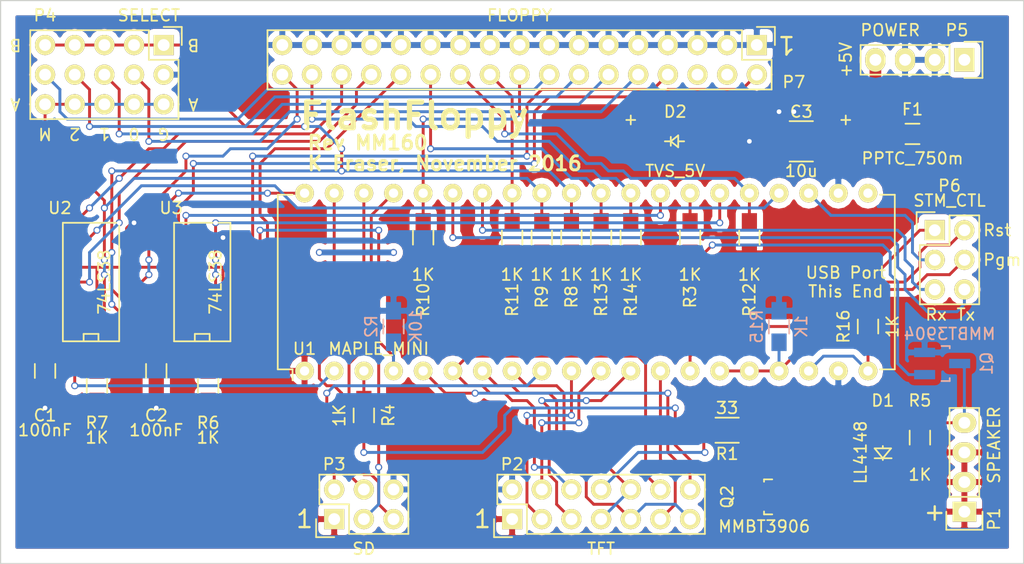
<source format=kicad_pcb>
(kicad_pcb (version 4) (host pcbnew 4.0.4+e1-6308~48~ubuntu16.04.1-stable)
  (layers (0 F.Cu signal) (31 B.Cu signal) (34 B.Paste user) (35 F.Paste user) (36 B.SilkS user) (37 F.SilkS user) (38 B.Mask user) (39 F.Mask user) (44 Edge.Cuts user))
  (net 0 "")
  (net 1 +5V)
  (net 2 GND)
  (net 3 "Net-(D1-Pad2)")
  (net 4 "Net-(F1-Pad1)")
  (net 5 /TFT_CS)
  (net 6 /TFT_RESET)
  (net 7 /TFT_DCRS)
  (net 8 /TFT_MOSI)
  (net 9 /TFT_CK)
  (net 10 /TFT_LED)
  (net 11 /TFT_MISO)
  (net 12 /T_CS)
  (net 13 /T_IRQ)
  (net 14 /SD_CS)
  (net 15 /SD_MOSI)
  (net 16 /SD_CK)
  (net 17 /SD_MISO)
  (net 18 /_SELB)
  (net 19 /_SELA)
  (net 20 /_SEL0)
  (net 21 /_SEL1)
  (net 22 /_SEL2)
  (net 23 /_MTR)
  (net 24 /RESET)
  (net 25 /P_DN)
  (net 26 /BOOT0)
  (net 27 /P_UP)
  (net 28 /SER_RX)
  (net 29 /SER_TX)
  (net 30 /_CHNG)
  (net 31 /_INDEX)
  (net 32 /_DIR)
  (net 33 /_STEP)
  (net 34 /_DKWD)
  (net 35 /_DKWE)
  (net 36 /_TRK0)
  (net 37 /_WRPROT)
  (net 38 /_DKRD)
  (net 39 /_SIDE)
  (net 40 /_RDY)
  (net 41 "Net-(Q2-Pad3)")
  (net 42 /INDEX)
  (net 43 /SPK_PWM)
  (net 44 /LED_PWM)
  (net 45 "Net-(R6-Pad2)")
  (net 46 /SEL)
  (net 47 /WRPROT)
  (net 48 /3V3)
  (net 49 /DKRD)
  (net 50 /TRK0)
  (net 51 /CHNG)
  (net 52 /RDY)
  (net 53 "Net-(Q1-Pad1)")
  (net 54 "Net-(Q2-Pad1)")
  (net 55 "Net-(P5-Pad1)")
  (net 56 "Net-(P7-Pad4)")
  (net 57 "Net-(P7-Pad6)")
  (net 58 "Net-(U1-Pad21)")
  (net 59 "Net-(U3-Pad11)")
  (module Resistors_SMD:R_0805_HandSoldering (layer B.Cu) (at 165.735 109.22 270)
    (fp_text reference R15 (at 0 1.905 270) (layer B.SilkS) (effects (justify mirror)))
    (fp_text value 1K (at 0 -1.905 450) (layer B.SilkS) (effects (justify mirror)))
    (pad 1 smd rect (at -1.35 0 270) (size 1.5 1.3) (layers B.Cu B.Paste B.Mask) (net 2 GND))
    (pad 2 smd rect (at 1.35 0 270) (size 1.5 1.3) (layers B.Cu B.Paste B.Mask) (net 25 /P_DN))
  )
  (module Housings_DIP:DIP-40_W15.24mm (layer F.Cu) (at 125.095 113.03 90)
    (fp_text reference U1 (at 1.905 0 180) (layer F.SilkS))
    (fp_text value MAPLE_MINI (at 1.905 6.35 180) (layer F.SilkS))
    (pad 1 thru_hole oval (at 0 0 90) (size 1.6 1.6) (drill 0.8) (layers *.Cu *.Mask F.SilkS) (net 1 +5V))
    (pad 2 thru_hole oval (at 0 2.54 90) (size 1.6 1.6) (drill 0.8) (layers *.Cu *.Mask F.SilkS) (net 47 /WRPROT))
    (pad 3 thru_hole oval (at 0 5.08 90) (size 1.6 1.6) (drill 0.8) (layers *.Cu *.Mask F.SilkS) (net 44 /LED_PWM))
    (pad 4 thru_hole oval (at 0 7.62 90) (size 1.6 1.6) (drill 0.8) (layers *.Cu *.Mask F.SilkS) (net 42 /INDEX))
    (pad 5 thru_hole oval (at 0 10.16 90) (size 1.6 1.6) (drill 0.8) (layers *.Cu *.Mask F.SilkS) (net 13 /T_IRQ))
    (pad 6 thru_hole oval (at 0 12.7 90) (size 1.6 1.6) (drill 0.8) (layers *.Cu *.Mask F.SilkS) (net 8 /TFT_MOSI))
    (pad 7 thru_hole oval (at 0 15.24 90) (size 1.6 1.6) (drill 0.8) (layers *.Cu *.Mask F.SilkS) (net 11 /TFT_MISO))
    (pad 8 thru_hole oval (at 0 17.78 90) (size 1.6 1.6) (drill 0.8) (layers *.Cu *.Mask F.SilkS) (net 9 /TFT_CK))
    (pad 9 thru_hole oval (at 0 20.32 90) (size 1.6 1.6) (drill 0.8) (layers *.Cu *.Mask F.SilkS) (net 14 /SD_CS))
    (pad 10 thru_hole oval (at 0 22.86 90) (size 1.6 1.6) (drill 0.8) (layers *.Cu *.Mask F.SilkS) (net 5 /TFT_CS))
    (pad 11 thru_hole oval (at 0 25.4 90) (size 1.6 1.6) (drill 0.8) (layers *.Cu *.Mask F.SilkS) (net 6 /TFT_RESET))
    (pad 12 thru_hole oval (at 0 27.94 90) (size 1.6 1.6) (drill 0.8) (layers *.Cu *.Mask F.SilkS) (net 7 /TFT_DCRS))
    (pad 13 thru_hole oval (at 0 30.48 90) (size 1.6 1.6) (drill 0.8) (layers *.Cu *.Mask F.SilkS) (net 12 /T_CS))
    (pad 14 thru_hole oval (at 0 33.02 90) (size 1.6 1.6) (drill 0.8) (layers *.Cu *.Mask F.SilkS) (net 24 /RESET))
    (pad 15 thru_hole oval (at 0 35.56 90) (size 1.6 1.6) (drill 0.8) (layers *.Cu *.Mask F.SilkS) (net 25 /P_DN))
    (pad 16 thru_hole oval (at 0 38.1 90) (size 1.6 1.6) (drill 0.8) (layers *.Cu *.Mask F.SilkS) (net 25 /P_DN))
    (pad 17 thru_hole oval (at 0 40.64 90) (size 1.6 1.6) (drill 0.8) (layers *.Cu *.Mask F.SilkS) (net 25 /P_DN))
    (pad 18 thru_hole oval (at 0 43.18 90) (size 1.6 1.6) (drill 0.8) (layers *.Cu *.Mask F.SilkS) (net 48 /3V3))
    (pad 19 thru_hole oval (at 0 45.72 90) (size 1.6 1.6) (drill 0.8) (layers *.Cu *.Mask F.SilkS) (net 2 GND))
    (pad 20 thru_hole oval (at 0 48.26 90) (size 1.6 1.6) (drill 0.8) (layers *.Cu *.Mask F.SilkS) (net 48 /3V3))
    (pad 21 thru_hole oval (at 15.24 48.26 90) (size 1.6 1.6) (drill 0.8) (layers *.Cu *.Mask F.SilkS) (net 58 "Net-(U1-Pad21)"))
    (pad 22 thru_hole oval (at 15.24 45.72 90) (size 1.6 1.6) (drill 0.8) (layers *.Cu *.Mask F.SilkS) (net 2 GND))
    (pad 23 thru_hole oval (at 15.24 43.18 90) (size 1.6 1.6) (drill 0.8) (layers *.Cu *.Mask F.SilkS) (net 26 /BOOT0))
    (pad 24 thru_hole oval (at 15.24 40.64 90) (size 1.6 1.6) (drill 0.8) (layers *.Cu *.Mask F.SilkS) (net 49 /DKRD))
    (pad 25 thru_hole oval (at 15.24 38.1 90) (size 1.6 1.6) (drill 0.8) (layers *.Cu *.Mask F.SilkS) (net 34 /_DKWD))
    (pad 26 thru_hole oval (at 15.24 35.56 90) (size 1.6 1.6) (drill 0.8) (layers *.Cu *.Mask F.SilkS) (net 50 /TRK0))
    (pad 27 thru_hole oval (at 15.24 33.02 90) (size 1.6 1.6) (drill 0.8) (layers *.Cu *.Mask F.SilkS) (net 43 /SPK_PWM))
    (pad 28 thru_hole oval (at 15.24 30.48 90) (size 1.6 1.6) (drill 0.8) (layers *.Cu *.Mask F.SilkS) (net 51 /CHNG))
    (pad 29 thru_hole oval (at 15.24 27.94 90) (size 1.6 1.6) (drill 0.8) (layers *.Cu *.Mask F.SilkS) (net 39 /_SIDE))
    (pad 30 thru_hole oval (at 15.24 25.4 90) (size 1.6 1.6) (drill 0.8) (layers *.Cu *.Mask F.SilkS) (net 35 /_DKWE))
    (pad 31 thru_hole oval (at 15.24 22.86 90) (size 1.6 1.6) (drill 0.8) (layers *.Cu *.Mask F.SilkS) (net 18 /_SELB))
    (pad 32 thru_hole oval (at 15.24 20.32 90) (size 1.6 1.6) (drill 0.8) (layers *.Cu *.Mask F.SilkS) (net 19 /_SELA))
    (pad 33 thru_hole oval (at 15.24 17.78 90) (size 1.6 1.6) (drill 0.8) (layers *.Cu *.Mask F.SilkS) (net 33 /_STEP))
    (pad 34 thru_hole oval (at 15.24 15.24 90) (size 1.6 1.6) (drill 0.8) (layers *.Cu *.Mask F.SilkS) (net 28 /SER_RX))
    (pad 35 thru_hole oval (at 15.24 12.7 90) (size 1.6 1.6) (drill 0.8) (layers *.Cu *.Mask F.SilkS) (net 29 /SER_TX))
    (pad 36 thru_hole oval (at 15.24 10.16 90) (size 1.6 1.6) (drill 0.8) (layers *.Cu *.Mask F.SilkS) (net 32 /_DIR))
    (pad 37 thru_hole oval (at 15.24 7.62 90) (size 1.6 1.6) (drill 0.8) (layers *.Cu *.Mask F.SilkS) (net 15 /SD_MOSI))
    (pad 38 thru_hole oval (at 15.24 5.08 90) (size 1.6 1.6) (drill 0.8) (layers *.Cu *.Mask F.SilkS) (net 17 /SD_MISO))
    (pad 39 thru_hole oval (at 15.24 2.54 90) (size 1.6 1.6) (drill 0.8) (layers *.Cu *.Mask F.SilkS) (net 16 /SD_CK))
    (pad 40 thru_hole oval (at 15.24 0 90) (size 1.6 1.6) (drill 0.8) (layers *.Cu *.Mask F.SilkS) (net 52 /RDY))
  )
  (module Pin_Headers:Pin_Header_Straight_1x04 (layer F.Cu) (at 181.61 125.095 180)
    (fp_text reference P1 (at -2.54 -0.635 270) (layer F.SilkS))
    (fp_text value SPEAKER (at -2.54 5.715 270) (layer F.SilkS))
    (pad 1 thru_hole rect (at 0 0 180) (size 2.032 1.7272) (drill 1.016) (layers *.Cu *.Mask F.SilkS) (net 1 +5V))
    (pad 2 thru_hole oval (at 0 2.54 180) (size 2.032 1.7272) (drill 1.016) (layers *.Cu *.Mask F.SilkS) (net 1 +5V))
    (pad 3 thru_hole oval (at 0 5.08 180) (size 2.032 1.7272) (drill 1.016) (layers *.Cu *.Mask F.SilkS) (net 1 +5V))
    (pad 4 thru_hole oval (at 0 7.62 180) (size 2.032 1.7272) (drill 1.016) (layers *.Cu *.Mask F.SilkS) (net 3 "Net-(D1-Pad2)"))
  )
  (module Pin_Headers:Pin_Header_Straight_2x07 (layer F.Cu) (at 142.875 125.73 90)
    (fp_text reference P2 (at 4.699 0 180) (layer F.SilkS))
    (fp_text value TFT (at -2.54 7.62 180) (layer F.SilkS))
    (pad 1 thru_hole rect (at 0 0 90) (size 1.7272 1.7272) (drill 1.016) (layers *.Cu *.Mask F.SilkS) (net 1 +5V))
    (pad 2 thru_hole oval (at 2.54 0 90) (size 1.7272 1.7272) (drill 1.016) (layers *.Cu *.Mask F.SilkS) (net 2 GND))
    (pad 3 thru_hole oval (at 0 2.54 90) (size 1.7272 1.7272) (drill 1.016) (layers *.Cu *.Mask F.SilkS) (net 5 /TFT_CS))
    (pad 4 thru_hole oval (at 2.54 2.54 90) (size 1.7272 1.7272) (drill 1.016) (layers *.Cu *.Mask F.SilkS) (net 6 /TFT_RESET))
    (pad 5 thru_hole oval (at 0 5.08 90) (size 1.7272 1.7272) (drill 1.016) (layers *.Cu *.Mask F.SilkS) (net 7 /TFT_DCRS))
    (pad 6 thru_hole oval (at 2.54 5.08 90) (size 1.7272 1.7272) (drill 1.016) (layers *.Cu *.Mask F.SilkS) (net 8 /TFT_MOSI))
    (pad 7 thru_hole oval (at 0 7.62 90) (size 1.7272 1.7272) (drill 1.016) (layers *.Cu *.Mask F.SilkS) (net 9 /TFT_CK))
    (pad 8 thru_hole oval (at 2.54 7.62 90) (size 1.7272 1.7272) (drill 1.016) (layers *.Cu *.Mask F.SilkS) (net 10 /TFT_LED))
    (pad 9 thru_hole oval (at 0 10.16 90) (size 1.7272 1.7272) (drill 1.016) (layers *.Cu *.Mask F.SilkS) (net 11 /TFT_MISO))
    (pad 10 thru_hole oval (at 2.54 10.16 90) (size 1.7272 1.7272) (drill 1.016) (layers *.Cu *.Mask F.SilkS) (net 9 /TFT_CK))
    (pad 11 thru_hole oval (at 0 12.7 90) (size 1.7272 1.7272) (drill 1.016) (layers *.Cu *.Mask F.SilkS) (net 12 /T_CS))
    (pad 12 thru_hole oval (at 2.54 12.7 90) (size 1.7272 1.7272) (drill 1.016) (layers *.Cu *.Mask F.SilkS) (net 8 /TFT_MOSI))
    (pad 13 thru_hole oval (at 0 15.24 90) (size 1.7272 1.7272) (drill 1.016) (layers *.Cu *.Mask F.SilkS) (net 11 /TFT_MISO))
    (pad 14 thru_hole oval (at 2.54 15.24 90) (size 1.7272 1.7272) (drill 1.016) (layers *.Cu *.Mask F.SilkS) (net 13 /T_IRQ))
  )
  (module Pin_Headers:Pin_Header_Straight_2x03 (layer F.Cu) (at 127.635 125.73 90)
    (fp_text reference P3 (at 4.699 0 180) (layer F.SilkS))
    (fp_text value SD (at -2.54 2.54 180) (layer F.SilkS))
    (pad 1 thru_hole rect (at 0 0 90) (size 1.7272 1.7272) (drill 1.016) (layers *.Cu *.Mask F.SilkS) (net 1 +5V))
    (pad 2 thru_hole oval (at 2.54 0 90) (size 1.7272 1.7272) (drill 1.016) (layers *.Cu *.Mask F.SilkS) (net 14 /SD_CS))
    (pad 3 thru_hole oval (at 0 2.54 90) (size 1.7272 1.7272) (drill 1.016) (layers *.Cu *.Mask F.SilkS) (net 15 /SD_MOSI))
    (pad 4 thru_hole oval (at 2.54 2.54 90) (size 1.7272 1.7272) (drill 1.016) (layers *.Cu *.Mask F.SilkS) (net 16 /SD_CK))
    (pad 5 thru_hole oval (at 0 5.08 90) (size 1.7272 1.7272) (drill 1.016) (layers *.Cu *.Mask F.SilkS) (net 17 /SD_MISO))
    (pad 6 thru_hole oval (at 2.54 5.08 90) (size 1.7272 1.7272) (drill 1.016) (layers *.Cu *.Mask F.SilkS) (net 2 GND))
  )
  (module FF:Pin_Header_Straight_3x05 (layer F.Cu) (at 113.03 85.09 270)
    (fp_text reference P4 (at -2.54 10.16 360) (layer F.SilkS))
    (fp_text value SELECT (at -2.54 1.27 360) (layer F.SilkS))
    (pad 15 thru_hole oval (at 5.08 10.16 270) (size 1.7272 1.7272) (drill 1.016) (layers *.Cu *.Mask F.SilkS) (net 19 /_SELA))
    (pad 14 thru_hole oval (at 5.08 7.62 270) (size 1.7272 1.7272) (drill 1.016) (layers *.Cu *.Mask F.SilkS) (net 19 /_SELA))
    (pad 13 thru_hole oval (at 5.08 5.08 270) (size 1.7272 1.7272) (drill 1.016) (layers *.Cu *.Mask F.SilkS) (net 19 /_SELA))
    (pad 12 thru_hole oval (at 5.08 2.54 270) (size 1.7272 1.7272) (drill 1.016) (layers *.Cu *.Mask F.SilkS) (net 19 /_SELA))
    (pad 11 thru_hole oval (at 5.08 0 270) (size 1.7272 1.7272) (drill 1.016) (layers *.Cu *.Mask F.SilkS) (net 19 /_SELA))
    (pad 1 thru_hole rect (at 0 0 270) (size 1.7272 1.7272) (drill 1.016) (layers *.Cu *.Mask F.SilkS) (net 18 /_SELB))
    (pad 6 thru_hole oval (at 2.54 0 270) (size 1.7272 1.7272) (drill 1.016) (layers *.Cu *.Mask F.SilkS) (net 2 GND))
    (pad 2 thru_hole oval (at 0 2.54 270) (size 1.7272 1.7272) (drill 1.016) (layers *.Cu *.Mask F.SilkS) (net 18 /_SELB))
    (pad 7 thru_hole oval (at 2.54 2.54 270) (size 1.7272 1.7272) (drill 1.016) (layers *.Cu *.Mask F.SilkS) (net 20 /_SEL0))
    (pad 3 thru_hole oval (at 0 5.08 270) (size 1.7272 1.7272) (drill 1.016) (layers *.Cu *.Mask F.SilkS) (net 18 /_SELB))
    (pad 8 thru_hole oval (at 2.54 5.08 270) (size 1.7272 1.7272) (drill 1.016) (layers *.Cu *.Mask F.SilkS) (net 21 /_SEL1))
    (pad 4 thru_hole oval (at 0 7.62 270) (size 1.7272 1.7272) (drill 1.016) (layers *.Cu *.Mask F.SilkS) (net 18 /_SELB))
    (pad 9 thru_hole oval (at 2.54 7.62 270) (size 1.7272 1.7272) (drill 1.016) (layers *.Cu *.Mask F.SilkS) (net 22 /_SEL2))
    (pad 5 thru_hole oval (at 0 10.16 270) (size 1.7272 1.7272) (drill 1.016) (layers *.Cu *.Mask F.SilkS) (net 18 /_SELB))
    (pad 10 thru_hole oval (at 2.54 10.16 270) (size 1.7272 1.7272) (drill 1.016) (layers *.Cu *.Mask F.SilkS) (net 23 /_MTR))
  )
  (module Pin_Headers:Pin_Header_Straight_1x04 (layer F.Cu) (at 181.61 86.36 270)
    (fp_text reference P5 (at -2.54 0.635 360) (layer F.SilkS))
    (fp_text value POWER (at -2.54 6.35 360) (layer F.SilkS))
    (pad 1 thru_hole rect (at 0 0 270) (size 2.032 1.7272) (drill 1.016) (layers *.Cu *.Mask F.SilkS) (net 55 "Net-(P5-Pad1)"))
    (pad 2 thru_hole oval (at 0 2.54 270) (size 2.032 1.7272) (drill 1.016) (layers *.Cu *.Mask F.SilkS) (net 2 GND))
    (pad 3 thru_hole oval (at 0 5.08 270) (size 2.032 1.7272) (drill 1.016) (layers *.Cu *.Mask F.SilkS) (net 2 GND))
    (pad 4 thru_hole oval (at 0 7.62 270) (size 2.032 1.7272) (drill 1.016) (layers *.Cu *.Mask F.SilkS) (net 4 "Net-(F1-Pad1)"))
  )
  (module Pin_Headers:Pin_Header_Straight_2x03 (layer F.Cu) (at 179.07 100.965)
    (fp_text reference P6 (at 1.27 -3.81 180) (layer F.SilkS))
    (fp_text value STM_CTL (at 1.27 -2.54 180) (layer F.SilkS))
    (pad 1 thru_hole rect (at 0 0) (size 1.7272 1.7272) (drill 1.016) (layers *.Cu *.Mask F.SilkS) (net 24 /RESET))
    (pad 2 thru_hole oval (at 2.54 0) (size 1.7272 1.7272) (drill 1.016) (layers *.Cu *.Mask F.SilkS) (net 25 /P_DN))
    (pad 3 thru_hole oval (at 0 2.54) (size 1.7272 1.7272) (drill 1.016) (layers *.Cu *.Mask F.SilkS) (net 26 /BOOT0))
    (pad 4 thru_hole oval (at 2.54 2.54) (size 1.7272 1.7272) (drill 1.016) (layers *.Cu *.Mask F.SilkS) (net 27 /P_UP))
    (pad 5 thru_hole oval (at 0 5.08) (size 1.7272 1.7272) (drill 1.016) (layers *.Cu *.Mask F.SilkS) (net 28 /SER_RX))
    (pad 6 thru_hole oval (at 2.54 5.08) (size 1.7272 1.7272) (drill 1.016) (layers *.Cu *.Mask F.SilkS) (net 29 /SER_TX))
  )
  (module Pin_Headers:Pin_Header_Straight_2x17 (layer F.Cu) (at 163.83 85.09 270)
    (fp_text reference P7 (at 3.175 -3.175 540) (layer F.SilkS))
    (fp_text value FLOPPY (at -2.54 20.32 540) (layer F.SilkS))
    (pad 1 thru_hole rect (at 0 0 270) (size 1.7272 1.7272) (drill 1.016) (layers *.Cu *.Mask F.SilkS) (net 2 GND))
    (pad 2 thru_hole oval (at 2.54 0 270) (size 1.7272 1.7272) (drill 1.016) (layers *.Cu *.Mask F.SilkS) (net 30 /_CHNG))
    (pad 3 thru_hole oval (at 0 2.54 270) (size 1.7272 1.7272) (drill 1.016) (layers *.Cu *.Mask F.SilkS) (net 2 GND))
    (pad 4 thru_hole oval (at 2.54 2.54 270) (size 1.7272 1.7272) (drill 1.016) (layers *.Cu *.Mask F.SilkS) (net 56 "Net-(P7-Pad4)"))
    (pad 5 thru_hole oval (at 0 5.08 270) (size 1.7272 1.7272) (drill 1.016) (layers *.Cu *.Mask F.SilkS) (net 2 GND))
    (pad 6 thru_hole oval (at 2.54 5.08 270) (size 1.7272 1.7272) (drill 1.016) (layers *.Cu *.Mask F.SilkS) (net 57 "Net-(P7-Pad6)"))
    (pad 7 thru_hole oval (at 0 7.62 270) (size 1.7272 1.7272) (drill 1.016) (layers *.Cu *.Mask F.SilkS) (net 2 GND))
    (pad 8 thru_hole oval (at 2.54 7.62 270) (size 1.7272 1.7272) (drill 1.016) (layers *.Cu *.Mask F.SilkS) (net 31 /_INDEX))
    (pad 9 thru_hole oval (at 0 10.16 270) (size 1.7272 1.7272) (drill 1.016) (layers *.Cu *.Mask F.SilkS) (net 2 GND))
    (pad 10 thru_hole oval (at 2.54 10.16 270) (size 1.7272 1.7272) (drill 1.016) (layers *.Cu *.Mask F.SilkS) (net 20 /_SEL0))
    (pad 11 thru_hole oval (at 0 12.7 270) (size 1.7272 1.7272) (drill 1.016) (layers *.Cu *.Mask F.SilkS) (net 2 GND))
    (pad 12 thru_hole oval (at 2.54 12.7 270) (size 1.7272 1.7272) (drill 1.016) (layers *.Cu *.Mask F.SilkS) (net 21 /_SEL1))
    (pad 13 thru_hole oval (at 0 15.24 270) (size 1.7272 1.7272) (drill 1.016) (layers *.Cu *.Mask F.SilkS) (net 2 GND))
    (pad 14 thru_hole oval (at 2.54 15.24 270) (size 1.7272 1.7272) (drill 1.016) (layers *.Cu *.Mask F.SilkS) (net 22 /_SEL2))
    (pad 15 thru_hole oval (at 0 17.78 270) (size 1.7272 1.7272) (drill 1.016) (layers *.Cu *.Mask F.SilkS) (net 2 GND))
    (pad 16 thru_hole oval (at 2.54 17.78 270) (size 1.7272 1.7272) (drill 1.016) (layers *.Cu *.Mask F.SilkS) (net 23 /_MTR))
    (pad 17 thru_hole oval (at 0 20.32 270) (size 1.7272 1.7272) (drill 1.016) (layers *.Cu *.Mask F.SilkS) (net 2 GND))
    (pad 18 thru_hole oval (at 2.54 20.32 270) (size 1.7272 1.7272) (drill 1.016) (layers *.Cu *.Mask F.SilkS) (net 32 /_DIR))
    (pad 19 thru_hole oval (at 0 22.86 270) (size 1.7272 1.7272) (drill 1.016) (layers *.Cu *.Mask F.SilkS) (net 2 GND))
    (pad 20 thru_hole oval (at 2.54 22.86 270) (size 1.7272 1.7272) (drill 1.016) (layers *.Cu *.Mask F.SilkS) (net 33 /_STEP))
    (pad 21 thru_hole oval (at 0 25.4 270) (size 1.7272 1.7272) (drill 1.016) (layers *.Cu *.Mask F.SilkS) (net 2 GND))
    (pad 22 thru_hole oval (at 2.54 25.4 270) (size 1.7272 1.7272) (drill 1.016) (layers *.Cu *.Mask F.SilkS) (net 34 /_DKWD))
    (pad 23 thru_hole oval (at 0 27.94 270) (size 1.7272 1.7272) (drill 1.016) (layers *.Cu *.Mask F.SilkS) (net 2 GND))
    (pad 24 thru_hole oval (at 2.54 27.94 270) (size 1.7272 1.7272) (drill 1.016) (layers *.Cu *.Mask F.SilkS) (net 35 /_DKWE))
    (pad 25 thru_hole oval (at 0 30.48 270) (size 1.7272 1.7272) (drill 1.016) (layers *.Cu *.Mask F.SilkS) (net 2 GND))
    (pad 26 thru_hole oval (at 2.54 30.48 270) (size 1.7272 1.7272) (drill 1.016) (layers *.Cu *.Mask F.SilkS) (net 36 /_TRK0))
    (pad 27 thru_hole oval (at 0 33.02 270) (size 1.7272 1.7272) (drill 1.016) (layers *.Cu *.Mask F.SilkS) (net 2 GND))
    (pad 28 thru_hole oval (at 2.54 33.02 270) (size 1.7272 1.7272) (drill 1.016) (layers *.Cu *.Mask F.SilkS) (net 37 /_WRPROT))
    (pad 29 thru_hole oval (at 0 35.56 270) (size 1.7272 1.7272) (drill 1.016) (layers *.Cu *.Mask F.SilkS) (net 2 GND))
    (pad 30 thru_hole oval (at 2.54 35.56 270) (size 1.7272 1.7272) (drill 1.016) (layers *.Cu *.Mask F.SilkS) (net 38 /_DKRD))
    (pad 31 thru_hole oval (at 0 38.1 270) (size 1.7272 1.7272) (drill 1.016) (layers *.Cu *.Mask F.SilkS) (net 2 GND))
    (pad 32 thru_hole oval (at 2.54 38.1 270) (size 1.7272 1.7272) (drill 1.016) (layers *.Cu *.Mask F.SilkS) (net 39 /_SIDE))
    (pad 33 thru_hole oval (at 0 40.64 270) (size 1.7272 1.7272) (drill 1.016) (layers *.Cu *.Mask F.SilkS) (net 2 GND))
    (pad 34 thru_hole oval (at 2.54 40.64 270) (size 1.7272 1.7272) (drill 1.016) (layers *.Cu *.Mask F.SilkS) (net 40 /_RDY))
  )
  (module FF:C_3528 (layer F.Cu) (at 167.64 93.345 180)
    (fp_text reference C3 (at 0 2.54 180) (layer F.SilkS))
    (fp_text value 10u (at 0 -2.54 180) (layer F.SilkS))
    (pad 1 smd rect (at -2.135 0 180) (size 2.6 2.6) (layers F.Cu F.Paste F.Mask) (net 1 +5V))
    (pad 2 smd rect (at 2.065 0 180) (size 2.6 2.6) (layers F.Cu F.Paste F.Mask) (net 2 GND))
  )
  (module FF:D_SOD128 (layer F.Cu) (at 156.845 93.345)
    (fp_text reference D2 (at 0 -2.54) (layer F.SilkS))
    (fp_text value TVS_5V (at 0 2.54) (layer F.SilkS))
    (pad 1 smd rect (at -2.45 0) (size 2.5 2.2) (layers F.Cu F.Paste F.Mask) (net 1 +5V))
    (pad 2 smd rect (at 2.45 0) (size 2.5 2.2) (layers F.Cu F.Paste F.Mask) (net 2 GND))
  )
  (module TO_SOT_Packages_SMD:SOT-23_Handsoldering (layer B.Cu) (at 179.705 112.395 90)
    (fp_text reference Q1 (at 0 3.81 90) (layer B.SilkS) (effects (justify mirror)))
    (fp_text value MMBT3904 (at 2.54 0.635 180) (layer B.SilkS) (effects (justify mirror)))
    (pad 1 smd rect (at -0.95 -1.50114 90) (size 0.8001 1.80086) (layers B.Cu B.Paste B.Mask) (net 53 "Net-(Q1-Pad1)"))
    (pad 2 smd rect (at 0.95 -1.50114 90) (size 0.8001 1.80086) (layers B.Cu B.Paste B.Mask) (net 2 GND))
    (pad 3 smd rect (at 0 1.50114 90) (size 0.8001 1.80086) (layers B.Cu B.Paste B.Mask) (net 3 "Net-(D1-Pad2)"))
  )
  (module TO_SOT_Packages_SMD:SOT-23_Handsoldering (layer F.Cu) (at 165.1 123.825 90)
    (fp_text reference Q2 (at 0 -3.81 90) (layer F.SilkS))
    (fp_text value MMBT3906 (at -2.54 -0.635 180) (layer F.SilkS))
    (pad 1 smd rect (at -0.95 1.50114 90) (size 0.8001 1.80086) (layers F.Cu F.Paste F.Mask) (net 54 "Net-(Q2-Pad1)"))
    (pad 2 smd rect (at 0.95 1.50114 90) (size 0.8001 1.80086) (layers F.Cu F.Paste F.Mask) (net 1 +5V))
    (pad 3 smd rect (at 0 -1.50114 90) (size 0.8001 1.80086) (layers F.Cu F.Paste F.Mask) (net 41 "Net-(Q2-Pad3)"))
  )
  (module Resistors_SMD:R_0805_HandSoldering (layer B.Cu) (at 132.715 109.22 90)
    (fp_text reference R2 (at 0 -1.905 90) (layer B.SilkS) (effects (justify mirror)))
    (fp_text value 10K (at 0 1.905 270) (layer B.SilkS) (effects (justify mirror)))
    (pad 1 smd rect (at -1.35 0 90) (size 1.5 1.3) (layers B.Cu B.Paste B.Mask) (net 42 /INDEX))
    (pad 2 smd rect (at 1.35 0 90) (size 1.5 1.3) (layers B.Cu B.Paste B.Mask) (net 2 GND))
  )
  (module Resistors_SMD:R_0805_HandSoldering (layer F.Cu) (at 158.115 101.6 90)
    (fp_text reference R3 (at -5.08 0 90) (layer F.SilkS))
    (fp_text value 1K (at -3.175 0 180) (layer F.SilkS))
    (pad 1 smd rect (at -1.35 0 90) (size 1.5 1.3) (layers F.Cu F.Paste F.Mask) (net 53 "Net-(Q1-Pad1)"))
    (pad 2 smd rect (at 1.35 0 90) (size 1.5 1.3) (layers F.Cu F.Paste F.Mask) (net 43 /SPK_PWM))
  )
  (module Resistors_SMD:R_0805_HandSoldering (layer F.Cu) (at 130.175 116.84 270)
    (fp_text reference R4 (at 0 -2.1 270) (layer F.SilkS))
    (fp_text value 1K (at 0 2.1 270) (layer F.SilkS))
    (pad 1 smd rect (at -1.35 0 270) (size 1.5 1.3) (layers F.Cu F.Paste F.Mask) (net 44 /LED_PWM))
    (pad 2 smd rect (at 1.35 0 270) (size 1.5 1.3) (layers F.Cu F.Paste F.Mask) (net 54 "Net-(Q2-Pad1)"))
  )
  (module Resistors_SMD:R_0805_HandSoldering (layer F.Cu) (at 177.8 118.745 90)
    (fp_text reference R5 (at 3.175 0 180) (layer F.SilkS))
    (fp_text value 1K (at -3.175 0 180) (layer F.SilkS))
    (pad 1 smd rect (at -1.35 0 90) (size 1.5 1.3) (layers F.Cu F.Paste F.Mask) (net 1 +5V))
    (pad 2 smd rect (at 1.35 0 90) (size 1.5 1.3) (layers F.Cu F.Paste F.Mask) (net 3 "Net-(D1-Pad2)"))
  )
  (module Resistors_SMD:R_0805_HandSoldering (layer F.Cu) (at 116.84 114.3 90)
    (fp_text reference R6 (at -3.175 0 180) (layer F.SilkS))
    (fp_text value 1K (at -4.445 0 180) (layer F.SilkS))
    (pad 1 smd rect (at -1.35 0 90) (size 1.5 1.3) (layers F.Cu F.Paste F.Mask) (net 1 +5V))
    (pad 2 smd rect (at 1.35 0 90) (size 1.5 1.3) (layers F.Cu F.Paste F.Mask) (net 45 "Net-(R6-Pad2)"))
  )
  (module Resistors_SMD:R_0805_HandSoldering (layer F.Cu) (at 107.315 114.3 90)
    (fp_text reference R7 (at -3.175 0 180) (layer F.SilkS))
    (fp_text value 1K (at -4.445 0 180) (layer F.SilkS))
    (pad 1 smd rect (at -1.35 0 90) (size 1.5 1.3) (layers F.Cu F.Paste F.Mask) (net 1 +5V))
    (pad 2 smd rect (at 1.35 0 90) (size 1.5 1.3) (layers F.Cu F.Paste F.Mask) (net 46 /SEL))
  )
  (module Resistors_SMD:R_0805_HandSoldering (layer F.Cu) (at 147.955 101.6 90)
    (fp_text reference R8 (at -5.08 0 90) (layer F.SilkS))
    (fp_text value 1K (at -3.175 0 180) (layer F.SilkS))
    (pad 1 smd rect (at -1.35 0 90) (size 1.5 1.3) (layers F.Cu F.Paste F.Mask) (net 1 +5V))
    (pad 2 smd rect (at 1.35 0 90) (size 1.5 1.3) (layers F.Cu F.Paste F.Mask) (net 18 /_SELB))
  )
  (module Resistors_SMD:R_0805_HandSoldering (layer F.Cu) (at 145.415 101.6 90)
    (fp_text reference R9 (at -5.08 0 90) (layer F.SilkS))
    (fp_text value 1K (at -3.175 0 180) (layer F.SilkS))
    (pad 1 smd rect (at -1.35 0 90) (size 1.5 1.3) (layers F.Cu F.Paste F.Mask) (net 1 +5V))
    (pad 2 smd rect (at 1.35 0 90) (size 1.5 1.3) (layers F.Cu F.Paste F.Mask) (net 19 /_SELA))
  )
  (module Resistors_SMD:R_0805_HandSoldering (layer F.Cu) (at 135.255 101.6 90)
    (fp_text reference R10 (at -5.334 0 90) (layer F.SilkS))
    (fp_text value 1K (at -3.175 0 180) (layer F.SilkS))
    (pad 1 smd rect (at -1.35 0 90) (size 1.5 1.3) (layers F.Cu F.Paste F.Mask) (net 1 +5V))
    (pad 2 smd rect (at 1.35 0 90) (size 1.5 1.3) (layers F.Cu F.Paste F.Mask) (net 32 /_DIR))
  )
  (module Resistors_SMD:R_0805_HandSoldering (layer F.Cu) (at 142.875 101.6 90)
    (fp_text reference R11 (at -5.334 0 90) (layer F.SilkS))
    (fp_text value 1K (at -3.175 0 180) (layer F.SilkS))
    (pad 1 smd rect (at -1.35 0 90) (size 1.5 1.3) (layers F.Cu F.Paste F.Mask) (net 1 +5V))
    (pad 2 smd rect (at 1.35 0 90) (size 1.5 1.3) (layers F.Cu F.Paste F.Mask) (net 33 /_STEP))
  )
  (module Resistors_SMD:R_0805_HandSoldering (layer F.Cu) (at 163.195 101.6 90)
    (fp_text reference R12 (at -5.334 0 90) (layer F.SilkS))
    (fp_text value 1K (at -3.175 0 180) (layer F.SilkS))
    (pad 1 smd rect (at -1.35 0 90) (size 1.5 1.3) (layers F.Cu F.Paste F.Mask) (net 1 +5V))
    (pad 2 smd rect (at 1.35 0 90) (size 1.5 1.3) (layers F.Cu F.Paste F.Mask) (net 34 /_DKWD))
  )
  (module Resistors_SMD:R_0805_HandSoldering (layer F.Cu) (at 150.495 101.6 90)
    (fp_text reference R13 (at -5.334 0 90) (layer F.SilkS))
    (fp_text value 1K (at -3.175 0 180) (layer F.SilkS))
    (pad 1 smd rect (at -1.35 0 90) (size 1.5 1.3) (layers F.Cu F.Paste F.Mask) (net 1 +5V))
    (pad 2 smd rect (at 1.35 0 90) (size 1.5 1.3) (layers F.Cu F.Paste F.Mask) (net 35 /_DKWE))
  )
  (module Resistors_SMD:R_0805_HandSoldering (layer F.Cu) (at 153.035 101.6 90)
    (fp_text reference R14 (at -5.334 0 90) (layer F.SilkS))
    (fp_text value 1K (at -3.175 0 180) (layer F.SilkS))
    (pad 1 smd rect (at -1.35 0 90) (size 1.5 1.3) (layers F.Cu F.Paste F.Mask) (net 1 +5V))
    (pad 2 smd rect (at 1.35 0 90) (size 1.5 1.3) (layers F.Cu F.Paste F.Mask) (net 39 /_SIDE))
  )
  (module Resistors_SMD:R_0805_HandSoldering (layer F.Cu) (at 173.355 109.22 90)
    (fp_text reference R16 (at 0 -2.1 90) (layer F.SilkS))
    (fp_text value 1K (at 0 2.1 90) (layer F.SilkS))
    (pad 1 smd rect (at -1.35 0 90) (size 1.5 1.3) (layers F.Cu F.Paste F.Mask) (net 48 /3V3))
    (pad 2 smd rect (at 1.35 0 90) (size 1.5 1.3) (layers F.Cu F.Paste F.Mask) (net 27 /P_UP))
  )
  (module SMD_Packages:SOIC-14_N (layer F.Cu) (at 106.68 105.41 90)
    (fp_text reference U2 (at 6.35 -2.54 180) (layer F.SilkS))
    (fp_text value 74LS38 (at 0 1.27 90) (layer F.SilkS))
    (pad 1 smd rect (at -3.81 3.302 90) (size 0.508 1.143) (layers F.Cu F.Paste F.Mask) (net 19 /_SELA))
    (pad 2 smd rect (at -2.54 3.302 90) (size 0.508 1.143) (layers F.Cu F.Paste F.Mask) (net 18 /_SELB))
    (pad 3 smd rect (at -1.27 3.302 90) (size 0.508 1.143) (layers F.Cu F.Paste F.Mask) (net 46 /SEL))
    (pad 4 smd rect (at 0 3.302 90) (size 0.508 1.143) (layers F.Cu F.Paste F.Mask) (net 52 /RDY))
    (pad 5 smd rect (at 1.27 3.302 90) (size 0.508 1.143) (layers F.Cu F.Paste F.Mask) (net 46 /SEL))
    (pad 6 smd rect (at 2.54 3.302 90) (size 0.508 1.143) (layers F.Cu F.Paste F.Mask) (net 40 /_RDY))
    (pad 7 smd rect (at 3.81 3.302 90) (size 0.508 1.143) (layers F.Cu F.Paste F.Mask) (net 2 GND))
    (pad 8 smd rect (at 3.81 -3.048 90) (size 0.508 1.143) (layers F.Cu F.Paste F.Mask) (net 38 /_DKRD))
    (pad 9 smd rect (at 2.54 -3.048 90) (size 0.508 1.143) (layers F.Cu F.Paste F.Mask) (net 49 /DKRD))
    (pad 11 smd rect (at 0 -3.048 90) (size 0.508 1.143) (layers F.Cu F.Paste F.Mask) (net 37 /_WRPROT))
    (pad 12 smd rect (at -1.27 -3.048 90) (size 0.508 1.143) (layers F.Cu F.Paste F.Mask) (net 47 /WRPROT))
    (pad 13 smd rect (at -2.54 -3.048 90) (size 0.508 1.143) (layers F.Cu F.Paste F.Mask) (net 46 /SEL))
    (pad 14 smd rect (at -3.81 -3.048 90) (size 0.508 1.143) (layers F.Cu F.Paste F.Mask) (net 1 +5V))
    (pad 10 smd rect (at 1.27 -3.048 90) (size 0.508 1.143) (layers F.Cu F.Paste F.Mask) (net 46 /SEL))
  )
  (module SMD_Packages:SOIC-14_N (layer F.Cu) (at 116.205 105.41 90)
    (fp_text reference U3 (at 6.35 -2.54 180) (layer F.SilkS))
    (fp_text value 74LS38 (at 0 1.27 90) (layer F.SilkS))
    (pad 1 smd rect (at -3.81 3.302 90) (size 0.508 1.143) (layers F.Cu F.Paste F.Mask) (net 50 /TRK0))
    (pad 2 smd rect (at -2.54 3.302 90) (size 0.508 1.143) (layers F.Cu F.Paste F.Mask) (net 46 /SEL))
    (pad 3 smd rect (at -1.27 3.302 90) (size 0.508 1.143) (layers F.Cu F.Paste F.Mask) (net 36 /_TRK0))
    (pad 4 smd rect (at 0 3.302 90) (size 0.508 1.143) (layers F.Cu F.Paste F.Mask) (net 42 /INDEX))
    (pad 5 smd rect (at 1.27 3.302 90) (size 0.508 1.143) (layers F.Cu F.Paste F.Mask) (net 46 /SEL))
    (pad 6 smd rect (at 2.54 3.302 90) (size 0.508 1.143) (layers F.Cu F.Paste F.Mask) (net 31 /_INDEX))
    (pad 7 smd rect (at 3.81 3.302 90) (size 0.508 1.143) (layers F.Cu F.Paste F.Mask) (net 2 GND))
    (pad 8 smd rect (at 3.81 -3.048 90) (size 0.508 1.143) (layers F.Cu F.Paste F.Mask) (net 30 /_CHNG))
    (pad 9 smd rect (at 2.54 -3.048 90) (size 0.508 1.143) (layers F.Cu F.Paste F.Mask) (net 51 /CHNG))
    (pad 11 smd rect (at 0 -3.048 90) (size 0.508 1.143) (layers F.Cu F.Paste F.Mask) (net 59 "Net-(U3-Pad11)"))
    (pad 12 smd rect (at -1.27 -3.048 90) (size 0.508 1.143) (layers F.Cu F.Paste F.Mask) (net 45 "Net-(R6-Pad2)"))
    (pad 13 smd rect (at -2.54 -3.048 90) (size 0.508 1.143) (layers F.Cu F.Paste F.Mask) (net 45 "Net-(R6-Pad2)"))
    (pad 14 smd rect (at -3.81 -3.048 90) (size 0.508 1.143) (layers F.Cu F.Paste F.Mask) (net 1 +5V))
    (pad 10 smd rect (at 1.27 -3.048 90) (size 0.508 1.143) (layers F.Cu F.Paste F.Mask) (net 46 /SEL))
  )
  (module Resistors_SMD:R_0805_HandSoldering (layer F.Cu) (at 102.87 113.03 270)
    (fp_text reference C1 (at 3.81 0 360) (layer F.SilkS))
    (fp_text value 100nF (at 5.08 0 360) (layer F.SilkS))
    (pad 1 smd rect (at -1.35 0 270) (size 1.5 1.3) (layers F.Cu F.Paste F.Mask) (net 1 +5V))
    (pad 2 smd rect (at 1.35 0 270) (size 1.5 1.3) (layers F.Cu F.Paste F.Mask) (net 2 GND))
  )
  (module Resistors_SMD:R_0805_HandSoldering (layer F.Cu) (at 112.395 113.03 270)
    (fp_text reference C2 (at 3.81 0 360) (layer F.SilkS))
    (fp_text value 100nF (at 5.08 0 360) (layer F.SilkS))
    (pad 1 smd rect (at -1.35 0 270) (size 1.5 1.3) (layers F.Cu F.Paste F.Mask) (net 1 +5V))
    (pad 2 smd rect (at 1.35 0 270) (size 1.5 1.3) (layers F.Cu F.Paste F.Mask) (net 2 GND))
  )
  (module Resistors_SMD:R_0805_HandSoldering (layer F.Cu) (at 177.165 92.71)
    (fp_text reference F1 (at 0 -2.1) (layer F.SilkS))
    (fp_text value PPTC_750m (at 0 2.1) (layer F.SilkS))
    (pad 1 smd rect (at -1.35 0) (size 1.5 1.3) (layers F.Cu F.Paste F.Mask) (net 4 "Net-(F1-Pad1)"))
    (pad 2 smd rect (at 1.35 0) (size 1.5 1.3) (layers F.Cu F.Paste F.Mask) (net 1 +5V))
  )
  (module Resistors_SMD:R_1206_HandSoldering (layer F.Cu) (at 161.29 118.11 180)
    (fp_text reference R1 (at 0 -2.032 180) (layer F.SilkS))
    (fp_text value 33 (at 0 1.905 180) (layer F.SilkS))
    (pad 1 smd rect (at -2 0 180) (size 2 1.7) (layers F.Cu F.Paste F.Mask) (net 41 "Net-(Q2-Pad3)"))
    (pad 2 smd rect (at 2 0 180) (size 2 1.7) (layers F.Cu F.Paste F.Mask) (net 10 /TFT_LED))
  )
  (module FF:MiniMELF_Handsoldering (layer F.Cu) (at 174.625 120.015 90)
    (fp_text reference D1 (at 4.445 0 180) (layer F.SilkS))
    (fp_text value LL4148 (at 0 -1.905 270) (layer F.SilkS))
    (pad 1 smd rect (at -2.25 0 90) (size 2 2) (layers F.Cu F.Paste F.Mask) (net 1 +5V))
    (pad 2 smd rect (at 2.25 0 90) (size 2 2) (layers F.Cu F.Paste F.Mask) (net 3 "Net-(D1-Pad2)"))
  )
  (gr_line (start 99.06 129.54) (end 99.06 81.28) (angle 90) (layer Edge.Cuts) (width 0.1))
  (gr_line (start 186.69 129.54) (end 99.06 129.54) (angle 90) (layer Edge.Cuts) (width 0.1))
  (gr_line (start 186.69 81.28) (end 186.69 129.54) (angle 90) (layer Edge.Cuts) (width 0.1))
  (gr_text +5V (at 171.45 86.36 90) (layer F.SilkS) (effects (font (size 1 1))))
  (gr_text Rx (at 178.181 108.204) (layer F.SilkS) (effects (font (size 1 1)) (justify left)))
  (gr_text Tx (at 180.848 108.204) (layer F.SilkS) (effects (font (size 1 1)) (justify left)))
  (gr_text Pgm (at 183.134 103.505) (layer F.SilkS) (effects (font (size 1 1)) (justify left)))
  (gr_text Rst (at 183.134 100.965) (layer F.SilkS) (effects (font (size 1 1)) (justify left)))
  (gr_text "K Fraser, November 2016" (at 125.222 95.25) (layer F.SilkS) (effects (font (size 1.2 1.2) (thickness 0.25)) (justify left)))
  (gr_text "Rev MM160" (at 125.222 93.472) (layer F.SilkS) (effects (font (size 1.2 1.2) (thickness 0.25)) (justify left)))
  (gr_text FlashFloppy (at 124.46 91.186) (layer F.SilkS) (effects (font (size 2.2 2.2) (thickness 0.45)) (justify left)))
  (gr_text "USB Port\nThis End" (at 171.45 105.41) (layer F.SilkS) (effects (font (size 1 1))))
  (gr_text + (at 179.07 125.095) (layer F.SilkS) (effects (font (size 1.5 1.5) (thickness 0.2))))
  (gr_text + (at 171.45 91.44) (layer F.SilkS) (effects (font (size 1 1))))
  (gr_text + (at 153.035 91.44) (layer F.SilkS) (effects (font (size 1 1))))
  (gr_text A (at 100.33 90.17 180) (layer F.SilkS) (effects (font (size 1 1))))
  (gr_text B (at 115.57 85.09 180) (layer F.SilkS) (effects (font (size 1 1))))
  (gr_text A (at 115.57 90.17 180) (layer F.SilkS) (effects (font (size 1 1))))
  (gr_text B (at 100.33 85.09 180) (layer F.SilkS) (effects (font (size 1 1))))
  (gr_text M (at 102.87 92.71 180) (layer F.SilkS) (effects (font (size 1 1))))
  (gr_text 2 (at 105.41 92.71 180) (layer F.SilkS) (effects (font (size 1 1))))
  (gr_text 1 (at 107.95 92.71 180) (layer F.SilkS) (effects (font (size 1 1))))
  (gr_text 0 (at 110.49 92.71 180) (layer F.SilkS) (effects (font (size 1 1))))
  (gr_text G (at 113.03 92.71 180) (layer F.SilkS) (effects (font (size 1 1))))
  (gr_text 1 (at 125.095 125.73) (layer F.SilkS) (effects (font (size 1.5 1.5) (thickness 0.2))))
  (gr_text 1 (at 140.335 125.73) (layer F.SilkS) (effects (font (size 1.5 1.5) (thickness 0.2))))
  (gr_text 1 (at 166.37 85.09 180) (layer F.SilkS) (effects (font (size 1.5 1.5) (thickness 0.2))))
  (gr_line (start 99.06 81.28) (end 186.69 81.28) (angle 90) (layer Edge.Cuts) (width 0.1))
  (via (at 126.365 102.87) (size 0.6) (drill 0.4) (layers F.Cu B.Cu) (net 0))
  (via (at 132.715 102.87) (size 0.6) (drill 0.4) (layers F.Cu B.Cu) (net 0))
  (segment (start 126.365 102.87) (end 132.715 102.87) (width 0.5) (layer B.Cu) (net 0))
  (segment (start 102.87 114.38) (end 102.87 116.205) (width 0.5) (layer F.Cu) (net 2))
  (via (at 102.87 116.205) (size 0.6) (drill 0.4) (layers F.Cu B.Cu) (net 2))
  (segment (start 112.395 114.38) (end 112.395 116.205) (width 0.5) (layer F.Cu) (net 2))
  (via (at 112.395 116.205) (size 0.6) (drill 0.4) (layers F.Cu B.Cu) (net 2))
  (segment (start 109.982 101.6) (end 109.982 100.838) (width 0.5) (layer F.Cu) (net 2))
  (via (at 110.49 100.33) (size 0.6) (drill 0.4) (layers F.Cu B.Cu) (net 2))
  (segment (start 109.982 100.838) (end 110.49 100.33) (width 0.5) (layer F.Cu) (net 2))
  (segment (start 119.507 101.6) (end 118.11 101.6) (width 0.5) (layer F.Cu) (net 2))
  (via (at 118.11 101.6) (size 0.6) (drill 0.4) (layers F.Cu B.Cu) (net 2))
  (segment (start 159.295 93.345) (end 163.195 93.345) (width 0.5) (layer F.Cu) (net 2))
  (via (at 163.195 93.345) (size 0.6) (drill 0.4) (layers F.Cu B.Cu) (net 2))
  (segment (start 163.195 93.345) (end 165.575 93.345) (width 0.5) (layer F.Cu) (net 2))
  (segment (start 165.575 93.345) (end 165.575 90.965) (width 0.5) (layer F.Cu) (net 2))
  (via (at 165.735 90.805) (size 0.6) (drill 0.4) (layers F.Cu B.Cu) (net 2))
  (segment (start 165.575 90.965) (end 165.735 90.805) (width 0.5) (layer F.Cu) (net 2))
  (segment (start 165.575 93.345) (end 165.575 92.235) (width 0.5) (layer F.Cu) (net 2))
  (segment (start 165.575 92.235) (end 167.005 90.805) (width 0.5) (layer F.Cu) (net 2))
  (via (at 167.005 90.805) (size 0.6) (drill 0.4) (layers F.Cu B.Cu) (net 2))
  (segment (start 177.8 117.395) (end 174.995 117.395) (width 0.25) (layer F.Cu) (net 3))
  (segment (start 174.995 117.395) (end 174.625 117.765) (width 0.25) (layer F.Cu) (net 3))
  (segment (start 181.61 117.475) (end 177.88 117.475) (width 0.25) (layer F.Cu) (net 3))
  (segment (start 177.88 117.475) (end 177.8 117.395) (width 0.25) (layer F.Cu) (net 3))
  (segment (start 181.61 117.475) (end 181.61 112.79886) (width 0.25) (layer B.Cu) (net 3))
  (segment (start 181.61 112.79886) (end 181.20614 112.395) (width 0.25) (layer B.Cu) (net 3))
  (segment (start 181.84114 117.24386) (end 181.61 117.475) (width 0.25) (layer F.Cu) (net 3))
  (segment (start 173.99 86.36) (end 173.99 90.885) (width 1) (layer F.Cu) (net 4))
  (segment (start 173.99 90.885) (end 175.815 92.71) (width 1) (layer F.Cu) (net 4))
  (segment (start 144.145 116.84) (end 144.145 124.46) (width 0.25) (layer F.Cu) (net 5))
  (via (at 147.955 116.84) (size 0.6) (drill 0.4) (layers F.Cu B.Cu) (net 5))
  (segment (start 147.955 116.84) (end 144.145 116.84) (width 0.25) (layer B.Cu) (net 5))
  (via (at 144.145 116.84) (size 0.6) (drill 0.4) (layers F.Cu B.Cu) (net 5))
  (segment (start 147.955 113.03) (end 147.955 116.84) (width 0.25) (layer F.Cu) (net 5))
  (segment (start 144.145 124.46) (end 145.415 125.73) (width 0.25) (layer F.Cu) (net 5))
  (segment (start 145.415 123.19) (end 145.415 117.475) (width 0.25) (layer F.Cu) (net 6))
  (segment (start 148.59 114.935) (end 148.59 117.475) (width 0.25) (layer F.Cu) (net 6))
  (via (at 145.415 117.475) (size 0.6) (drill 0.4) (layers F.Cu B.Cu) (net 6))
  (segment (start 148.59 117.475) (end 145.415 117.475) (width 0.25) (layer B.Cu) (net 6))
  (via (at 148.59 117.475) (size 0.6) (drill 0.4) (layers F.Cu B.Cu) (net 6))
  (segment (start 148.59 114.935) (end 150.495 113.03) (width 0.25) (layer F.Cu) (net 6))
  (segment (start 146.05 116.205) (end 146.05 121.92) (width 0.25) (layer F.Cu) (net 7))
  (segment (start 150.495 115.57) (end 149.225 115.57) (width 0.25) (layer F.Cu) (net 7))
  (segment (start 145.415 115.57) (end 149.225 115.57) (width 0.25) (layer B.Cu) (net 7))
  (segment (start 145.415 115.57) (end 146.05 116.205) (width 0.25) (layer F.Cu) (net 7))
  (via (at 145.415 115.57) (size 0.6) (drill 0.4) (layers F.Cu B.Cu) (net 7))
  (via (at 149.225 115.57) (size 0.6) (drill 0.4) (layers F.Cu B.Cu) (net 7))
  (segment (start 153.035 113.03) (end 150.495 115.57) (width 0.25) (layer F.Cu) (net 7))
  (segment (start 146.685 124.46) (end 147.955 125.73) (width 0.25) (layer F.Cu) (net 7))
  (segment (start 146.685 122.555) (end 146.685 124.46) (width 0.25) (layer F.Cu) (net 7))
  (segment (start 146.05 121.92) (end 146.685 122.555) (width 0.25) (layer F.Cu) (net 7))
  (segment (start 154.305 112.395) (end 154.305 121.92) (width 0.25) (layer F.Cu) (net 8))
  (segment (start 139.065 111.76) (end 153.67 111.76) (width 0.25) (layer F.Cu) (net 8))
  (segment (start 153.67 111.76) (end 154.305 112.395) (width 0.25) (layer F.Cu) (net 8))
  (segment (start 137.795 113.03) (end 139.065 111.76) (width 0.25) (layer F.Cu) (net 8))
  (segment (start 154.305 121.92) (end 155.575 123.19) (width 0.25) (layer F.Cu) (net 8))
  (segment (start 144.78 121.285) (end 146.05 121.285) (width 0.25) (layer B.Cu) (net 8))
  (segment (start 142.875 115.57) (end 144.145 115.57) (width 0.25) (layer F.Cu) (net 8))
  (segment (start 144.145 115.57) (end 144.78 116.205) (width 0.25) (layer F.Cu) (net 8))
  (segment (start 144.78 116.205) (end 144.78 121.285) (width 0.25) (layer F.Cu) (net 8))
  (via (at 144.78 121.285) (size 0.6) (drill 0.4) (layers F.Cu B.Cu) (net 8))
  (segment (start 137.795 113.03) (end 139.065 114.3) (width 0.25) (layer F.Cu) (net 8))
  (segment (start 140.97 114.935) (end 142.24 114.935) (width 0.25) (layer F.Cu) (net 8))
  (segment (start 140.335 114.3) (end 140.97 114.935) (width 0.25) (layer F.Cu) (net 8))
  (segment (start 139.065 114.3) (end 140.335 114.3) (width 0.25) (layer F.Cu) (net 8))
  (segment (start 142.24 114.935) (end 142.875 115.57) (width 0.25) (layer F.Cu) (net 8))
  (segment (start 146.05 121.285) (end 147.955 123.19) (width 0.25) (layer B.Cu) (net 8))
  (segment (start 147.32 114.935) (end 147.32 118.745) (width 0.25) (layer F.Cu) (net 9))
  (segment (start 144.145 114.3) (end 146.685 114.3) (width 0.25) (layer F.Cu) (net 9))
  (segment (start 142.875 113.03) (end 144.145 114.3) (width 0.25) (layer F.Cu) (net 9))
  (segment (start 146.685 114.3) (end 147.32 114.935) (width 0.25) (layer F.Cu) (net 9))
  (segment (start 151.13 121.285) (end 153.035 123.19) (width 0.25) (layer F.Cu) (net 9))
  (segment (start 149.86 121.285) (end 151.13 121.285) (width 0.25) (layer F.Cu) (net 9))
  (segment (start 147.32 118.745) (end 149.86 121.285) (width 0.25) (layer F.Cu) (net 9))
  (segment (start 150.495 125.73) (end 153.035 123.19) (width 0.25) (layer B.Cu) (net 9))
  (segment (start 150.495 123.19) (end 153.67 120.015) (width 0.25) (layer B.Cu) (net 10))
  (segment (start 159.29 119.92) (end 159.29 118.11) (width 0.25) (layer F.Cu) (net 10))
  (segment (start 159.385 120.015) (end 159.29 119.92) (width 0.25) (layer F.Cu) (net 10))
  (via (at 159.385 120.015) (size 0.6) (drill 0.4) (layers F.Cu B.Cu) (net 10))
  (segment (start 153.67 120.015) (end 159.385 120.015) (width 0.25) (layer B.Cu) (net 10))
  (segment (start 153.035 125.73) (end 154.305 124.46) (width 0.25) (layer B.Cu) (net 11))
  (segment (start 156.845 124.46) (end 158.115 125.73) (width 0.25) (layer B.Cu) (net 11))
  (segment (start 154.305 124.46) (end 156.845 124.46) (width 0.25) (layer B.Cu) (net 11))
  (segment (start 149.225 121.92) (end 149.225 123.825) (width 0.25) (layer F.Cu) (net 11))
  (segment (start 146.05 114.935) (end 146.685 115.57) (width 0.25) (layer F.Cu) (net 11))
  (segment (start 146.685 115.57) (end 146.685 119.38) (width 0.25) (layer F.Cu) (net 11))
  (segment (start 146.685 119.38) (end 147.32 120.015) (width 0.25) (layer F.Cu) (net 11))
  (segment (start 147.955 120.65) (end 149.225 121.92) (width 0.25) (layer F.Cu) (net 11))
  (segment (start 141.605 114.3) (end 142.875 114.3) (width 0.25) (layer F.Cu) (net 11))
  (segment (start 142.875 114.3) (end 143.51 114.935) (width 0.25) (layer F.Cu) (net 11))
  (segment (start 140.335 113.03) (end 141.605 114.3) (width 0.25) (layer F.Cu) (net 11))
  (segment (start 147.32 120.015) (end 147.955 120.65) (width 0.25) (layer F.Cu) (net 11))
  (segment (start 143.51 114.935) (end 146.05 114.935) (width 0.25) (layer F.Cu) (net 11))
  (segment (start 151.765 124.46) (end 153.035 125.73) (width 0.25) (layer F.Cu) (net 11))
  (segment (start 149.86 124.46) (end 151.765 124.46) (width 0.25) (layer F.Cu) (net 11))
  (segment (start 149.225 123.825) (end 149.86 124.46) (width 0.25) (layer F.Cu) (net 11))
  (segment (start 156.845 121.92) (end 156.845 124.46) (width 0.25) (layer F.Cu) (net 12))
  (segment (start 155.575 120.65) (end 156.845 121.92) (width 0.25) (layer F.Cu) (net 12))
  (segment (start 155.575 113.03) (end 155.575 120.65) (width 0.25) (layer F.Cu) (net 12))
  (segment (start 156.845 124.46) (end 155.575 125.73) (width 0.25) (layer F.Cu) (net 12))
  (segment (start 156.21 120.015) (end 158.115 121.92) (width 0.25) (layer F.Cu) (net 13))
  (segment (start 137.16 114.935) (end 139.7 114.935) (width 0.25) (layer F.Cu) (net 13))
  (via (at 139.7 114.935) (size 0.6) (drill 0.4) (layers F.Cu B.Cu) (net 13))
  (segment (start 139.7 114.935) (end 156.21 114.935) (width 0.25) (layer B.Cu) (net 13))
  (via (at 156.21 114.935) (size 0.6) (drill 0.4) (layers F.Cu B.Cu) (net 13))
  (segment (start 135.255 113.03) (end 137.16 114.935) (width 0.25) (layer F.Cu) (net 13))
  (segment (start 156.21 114.935) (end 156.21 120.015) (width 0.25) (layer F.Cu) (net 13))
  (segment (start 158.115 121.92) (end 158.115 123.19) (width 0.25) (layer F.Cu) (net 13))
  (segment (start 127.635 123.19) (end 127.635 121.92) (width 0.25) (layer F.Cu) (net 14))
  (segment (start 127.635 114.3) (end 127 114.935) (width 0.25) (layer B.Cu) (net 14))
  (via (at 127 114.935) (size 0.6) (drill 0.4) (layers F.Cu B.Cu) (net 14))
  (segment (start 127 114.935) (end 127 121.285) (width 0.25) (layer F.Cu) (net 14))
  (segment (start 127 121.285) (end 127.635 121.92) (width 0.25) (layer F.Cu) (net 14))
  (segment (start 144.145 114.3) (end 131.445 114.3) (width 0.25) (layer B.Cu) (net 14))
  (segment (start 144.145 114.3) (end 145.415 113.03) (width 0.25) (layer B.Cu) (net 14))
  (segment (start 131.445 114.3) (end 127.635 114.3) (width 0.25) (layer B.Cu) (net 14))
  (segment (start 145.415 113.03) (end 144.78 113.03) (width 0.25) (layer B.Cu) (net 14))
  (segment (start 131.445 111.76) (end 131.445 121.285) (width 0.25) (layer F.Cu) (net 15))
  (segment (start 130.175 125.73) (end 131.445 124.46) (width 0.25) (layer B.Cu) (net 15))
  (segment (start 130.81 99.695) (end 130.81 111.125) (width 0.25) (layer F.Cu) (net 15))
  (segment (start 130.81 111.125) (end 131.445 111.76) (width 0.25) (layer F.Cu) (net 15))
  (segment (start 130.81 99.695) (end 132.715 97.79) (width 0.25) (layer F.Cu) (net 15))
  (via (at 131.445 121.285) (size 0.6) (drill 0.4) (layers F.Cu B.Cu) (net 15))
  (segment (start 131.445 121.285) (end 131.445 124.46) (width 0.25) (layer B.Cu) (net 15))
  (segment (start 130.175 123.19) (end 127.635 120.65) (width 0.25) (layer F.Cu) (net 16))
  (segment (start 126.365 113.665) (end 127 114.3) (width 0.25) (layer F.Cu) (net 16))
  (segment (start 127 114.3) (end 127.635 114.3) (width 0.25) (layer F.Cu) (net 16))
  (segment (start 127.635 114.3) (end 128.27 114.935) (width 0.25) (layer F.Cu) (net 16))
  (segment (start 128.27 114.935) (end 128.27 117.475) (width 0.25) (layer F.Cu) (net 16))
  (segment (start 128.27 117.475) (end 127.635 118.11) (width 0.25) (layer F.Cu) (net 16))
  (segment (start 127.635 118.11) (end 127.635 120.65) (width 0.25) (layer F.Cu) (net 16))
  (segment (start 127.635 111.125) (end 126.365 112.395) (width 0.25) (layer F.Cu) (net 16))
  (segment (start 127.635 111.125) (end 127.635 97.79) (width 0.25) (layer F.Cu) (net 16))
  (segment (start 126.365 112.395) (end 126.365 113.665) (width 0.25) (layer F.Cu) (net 16))
  (segment (start 128.905 112.395) (end 128.905 120.65) (width 0.25) (layer F.Cu) (net 17))
  (segment (start 130.175 111.125) (end 128.905 112.395) (width 0.25) (layer F.Cu) (net 17))
  (segment (start 130.175 97.79) (end 130.175 111.125) (width 0.25) (layer F.Cu) (net 17))
  (segment (start 131.445 124.46) (end 132.715 125.73) (width 0.25) (layer F.Cu) (net 17))
  (segment (start 131.445 122.555) (end 131.445 124.46) (width 0.25) (layer F.Cu) (net 17))
  (segment (start 130.81 121.92) (end 131.445 122.555) (width 0.25) (layer F.Cu) (net 17))
  (segment (start 130.175 121.92) (end 130.81 121.92) (width 0.25) (layer F.Cu) (net 17))
  (segment (start 128.905 120.65) (end 130.175 121.92) (width 0.25) (layer F.Cu) (net 17))
  (via (at 108.585 95.885) (size 0.6) (drill 0.4) (layers F.Cu B.Cu) (net 18))
  (segment (start 108.585 95.885) (end 108.585 102.87) (width 0.25) (layer F.Cu) (net 18))
  (segment (start 147.955 97.79) (end 147.955 100.25) (width 0.25) (layer F.Cu) (net 18))
  (segment (start 108.585 95.885) (end 112.395 95.885) (width 0.25) (layer B.Cu) (net 18))
  (segment (start 128.27 95.885) (end 112.395 95.885) (width 0.25) (layer B.Cu) (net 18))
  (segment (start 109.22 107.95) (end 109.982 107.95) (width 0.25) (layer F.Cu) (net 18))
  (segment (start 108.585 107.315) (end 109.22 107.95) (width 0.25) (layer F.Cu) (net 18))
  (via (at 108.585 107.315) (size 0.6) (drill 0.4) (layers F.Cu B.Cu) (net 18))
  (segment (start 108.585 102.87) (end 108.585 107.315) (width 0.25) (layer B.Cu) (net 18))
  (via (at 108.585 102.87) (size 0.6) (drill 0.4) (layers F.Cu B.Cu) (net 18))
  (via (at 128.27 95.885) (size 0.6) (drill 0.4) (layers F.Cu B.Cu) (net 18))
  (segment (start 113.03 85.09) (end 114.935 85.09) (width 0.25) (layer F.Cu) (net 18))
  (segment (start 115.57 85.725) (end 114.935 85.09) (width 0.25) (layer F.Cu) (net 18))
  (segment (start 115.57 87.63) (end 115.57 85.725) (width 0.25) (layer F.Cu) (net 18))
  (segment (start 120.015 92.075) (end 115.57 87.63) (width 0.25) (layer F.Cu) (net 18))
  (segment (start 125.095 92.075) (end 120.015 92.075) (width 0.25) (layer F.Cu) (net 18))
  (via (at 125.095 92.075) (size 0.6) (drill 0.4) (layers F.Cu B.Cu) (net 18))
  (segment (start 126.365 92.075) (end 125.095 92.075) (width 0.25) (layer B.Cu) (net 18))
  (segment (start 128.27 93.98) (end 126.365 92.075) (width 0.25) (layer B.Cu) (net 18))
  (via (at 128.27 93.98) (size 0.6) (drill 0.4) (layers F.Cu B.Cu) (net 18))
  (segment (start 128.27 93.98) (end 128.27 95.885) (width 0.25) (layer F.Cu) (net 18))
  (segment (start 146.05 95.885) (end 147.955 97.79) (width 0.25) (layer B.Cu) (net 18))
  (segment (start 102.87 85.09) (end 105.41 85.09) (width 0.25) (layer F.Cu) (net 18))
  (segment (start 105.41 85.09) (end 107.95 85.09) (width 0.25) (layer F.Cu) (net 18))
  (segment (start 107.95 85.09) (end 110.49 85.09) (width 0.25) (layer F.Cu) (net 18))
  (segment (start 110.49 85.09) (end 113.03 85.09) (width 0.25) (layer F.Cu) (net 18))
  (segment (start 128.27 95.885) (end 146.05 95.885) (width 0.25) (layer B.Cu) (net 18))
  (segment (start 145.415 97.79) (end 145.415 100.25) (width 0.25) (layer F.Cu) (net 19))
  (segment (start 107.95 104.775) (end 107.95 108.585) (width 0.25) (layer F.Cu) (net 19))
  (via (at 107.95 103.505) (size 0.6) (drill 0.4) (layers F.Cu B.Cu) (net 19))
  (segment (start 107.95 103.505) (end 107.95 104.775) (width 0.25) (layer B.Cu) (net 19))
  (via (at 107.95 104.775) (size 0.6) (drill 0.4) (layers F.Cu B.Cu) (net 19))
  (segment (start 107.95 99.06) (end 107.95 103.505) (width 0.25) (layer F.Cu) (net 19))
  (segment (start 108.585 109.22) (end 109.982 109.22) (width 0.25) (layer F.Cu) (net 19))
  (segment (start 107.95 108.585) (end 108.585 109.22) (width 0.25) (layer F.Cu) (net 19))
  (segment (start 113.03 90.17) (end 110.49 90.17) (width 0.25) (layer B.Cu) (net 19))
  (segment (start 110.49 90.17) (end 107.95 90.17) (width 0.25) (layer B.Cu) (net 19))
  (segment (start 107.95 90.17) (end 105.41 90.17) (width 0.25) (layer B.Cu) (net 19))
  (segment (start 102.87 90.17) (end 105.41 90.17) (width 0.25) (layer F.Cu) (net 19))
  (segment (start 102.87 90.17) (end 102.87 95.25) (width 0.25) (layer F.Cu) (net 19))
  (segment (start 104.14 96.52) (end 106.045 96.52) (width 0.25) (layer F.Cu) (net 19))
  (segment (start 106.045 96.52) (end 107.95 98.425) (width 0.25) (layer F.Cu) (net 19))
  (segment (start 107.95 98.425) (end 107.95 99.06) (width 0.25) (layer F.Cu) (net 19))
  (segment (start 102.87 95.25) (end 104.14 96.52) (width 0.25) (layer F.Cu) (net 19))
  (segment (start 110.49 96.52) (end 144.145 96.52) (width 0.25) (layer B.Cu) (net 19))
  (segment (start 144.145 96.52) (end 145.415 97.79) (width 0.25) (layer B.Cu) (net 19))
  (via (at 107.95 99.06) (size 0.6) (drill 0.4) (layers F.Cu B.Cu) (net 19))
  (segment (start 107.95 99.06) (end 110.49 96.52) (width 0.25) (layer B.Cu) (net 19))
  (segment (start 153.67 87.63) (end 150.495 90.805) (width 0.25) (layer B.Cu) (net 20))
  (segment (start 111.76 88.9) (end 110.49 87.63) (width 0.25) (layer F.Cu) (net 20))
  (segment (start 111.76 93.345) (end 111.76 88.9) (width 0.25) (layer F.Cu) (net 20))
  (via (at 111.76 93.345) (size 0.6) (drill 0.4) (layers F.Cu B.Cu) (net 20))
  (segment (start 121.285 93.345) (end 111.76 93.345) (width 0.25) (layer B.Cu) (net 20))
  (segment (start 123.825 90.805) (end 121.285 93.345) (width 0.25) (layer B.Cu) (net 20))
  (segment (start 150.495 90.805) (end 123.825 90.805) (width 0.25) (layer B.Cu) (net 20))
  (segment (start 151.13 87.63) (end 148.59 90.17) (width 0.25) (layer B.Cu) (net 21))
  (segment (start 109.22 88.9) (end 107.95 87.63) (width 0.25) (layer F.Cu) (net 21))
  (segment (start 109.22 92.71) (end 109.22 88.9) (width 0.25) (layer F.Cu) (net 21))
  (via (at 109.22 92.71) (size 0.6) (drill 0.4) (layers F.Cu B.Cu) (net 21))
  (segment (start 120.65 92.71) (end 109.22 92.71) (width 0.25) (layer B.Cu) (net 21))
  (segment (start 123.19 90.17) (end 120.65 92.71) (width 0.25) (layer B.Cu) (net 21))
  (segment (start 148.59 90.17) (end 123.19 90.17) (width 0.25) (layer B.Cu) (net 21))
  (segment (start 148.59 87.63) (end 146.685 89.535) (width 0.25) (layer B.Cu) (net 22))
  (segment (start 106.68 88.9) (end 105.41 87.63) (width 0.25) (layer F.Cu) (net 22))
  (segment (start 106.68 92.075) (end 106.68 88.9) (width 0.25) (layer F.Cu) (net 22))
  (via (at 106.68 92.075) (size 0.6) (drill 0.4) (layers F.Cu B.Cu) (net 22))
  (segment (start 120.015 92.075) (end 106.68 92.075) (width 0.25) (layer B.Cu) (net 22))
  (segment (start 122.555 89.535) (end 120.015 92.075) (width 0.25) (layer B.Cu) (net 22))
  (segment (start 146.685 89.535) (end 122.555 89.535) (width 0.25) (layer B.Cu) (net 22))
  (segment (start 146.05 87.63) (end 144.78 88.9) (width 0.25) (layer B.Cu) (net 23))
  (segment (start 104.14 88.9) (end 102.87 87.63) (width 0.25) (layer B.Cu) (net 23))
  (segment (start 104.14 90.805) (end 104.14 88.9) (width 0.25) (layer B.Cu) (net 23))
  (segment (start 104.775 91.44) (end 104.14 90.805) (width 0.25) (layer B.Cu) (net 23))
  (segment (start 119.38 91.44) (end 104.775 91.44) (width 0.25) (layer B.Cu) (net 23))
  (segment (start 121.92 88.9) (end 119.38 91.44) (width 0.25) (layer B.Cu) (net 23))
  (segment (start 144.78 88.9) (end 121.92 88.9) (width 0.25) (layer B.Cu) (net 23))
  (segment (start 158.115 113.03) (end 158.115 111.76) (width 0.25) (layer F.Cu) (net 24))
  (segment (start 177.8 100.965) (end 179.07 100.965) (width 0.25) (layer F.Cu) (net 24))
  (segment (start 173.99 104.775) (end 177.8 100.965) (width 0.25) (layer F.Cu) (net 24))
  (segment (start 172.085 104.775) (end 173.99 104.775) (width 0.25) (layer F.Cu) (net 24))
  (segment (start 167.64 109.22) (end 172.085 104.775) (width 0.25) (layer F.Cu) (net 24))
  (segment (start 160.655 109.22) (end 167.64 109.22) (width 0.25) (layer F.Cu) (net 24))
  (segment (start 158.115 111.76) (end 160.655 109.22) (width 0.25) (layer F.Cu) (net 24))
  (segment (start 165.735 113.03) (end 165.735 110.57) (width 0.25) (layer B.Cu) (net 25))
  (segment (start 176.53 105.41) (end 173.355 105.41) (width 0.25) (layer F.Cu) (net 25))
  (segment (start 176.53 105.41) (end 177.165 104.775) (width 0.25) (layer F.Cu) (net 25))
  (segment (start 181.61 100.965) (end 180.34 102.235) (width 0.25) (layer F.Cu) (net 25))
  (segment (start 178.435 102.235) (end 180.34 102.235) (width 0.25) (layer F.Cu) (net 25))
  (segment (start 177.8 102.87) (end 178.435 102.235) (width 0.25) (layer F.Cu) (net 25))
  (segment (start 177.8 104.14) (end 177.8 102.87) (width 0.25) (layer F.Cu) (net 25))
  (segment (start 177.165 104.775) (end 177.8 104.14) (width 0.25) (layer F.Cu) (net 25))
  (segment (start 173.355 105.41) (end 165.735 113.03) (width 0.25) (layer F.Cu) (net 25))
  (segment (start 160.655 113.03) (end 163.195 113.03) (width 0.25) (layer F.Cu) (net 25))
  (segment (start 163.195 113.03) (end 165.735 113.03) (width 0.25) (layer F.Cu) (net 25))
  (segment (start 168.275 97.79) (end 170.18 99.695) (width 0.25) (layer B.Cu) (net 26))
  (segment (start 177.8 103.505) (end 179.07 103.505) (width 0.25) (layer B.Cu) (net 26))
  (segment (start 177.165 102.87) (end 177.8 103.505) (width 0.25) (layer B.Cu) (net 26))
  (segment (start 177.165 100.33) (end 177.165 102.87) (width 0.25) (layer B.Cu) (net 26))
  (segment (start 176.53 99.695) (end 177.165 100.33) (width 0.25) (layer B.Cu) (net 26))
  (segment (start 175.895 99.695) (end 176.53 99.695) (width 0.25) (layer B.Cu) (net 26))
  (segment (start 170.18 99.695) (end 175.895 99.695) (width 0.25) (layer B.Cu) (net 26))
  (segment (start 177.165 106.045) (end 173.99 106.045) (width 0.25) (layer F.Cu) (net 27))
  (segment (start 177.165 106.045) (end 178.435 104.775) (width 0.25) (layer F.Cu) (net 27))
  (segment (start 178.435 104.775) (end 180.34 104.775) (width 0.25) (layer F.Cu) (net 27))
  (segment (start 181.61 103.505) (end 180.34 104.775) (width 0.25) (layer F.Cu) (net 27))
  (segment (start 173.355 106.68) (end 173.355 107.87) (width 0.25) (layer F.Cu) (net 27))
  (segment (start 173.99 106.045) (end 173.355 106.68) (width 0.25) (layer F.Cu) (net 27))
  (segment (start 140.335 97.79) (end 140.335 100.965) (width 0.25) (layer F.Cu) (net 28))
  (segment (start 177.8 106.045) (end 179.07 106.045) (width 0.25) (layer B.Cu) (net 28))
  (segment (start 177.165 105.41) (end 177.8 106.045) (width 0.25) (layer B.Cu) (net 28))
  (segment (start 177.165 104.14) (end 177.165 105.41) (width 0.25) (layer B.Cu) (net 28))
  (segment (start 176.53 103.505) (end 177.165 104.14) (width 0.25) (layer B.Cu) (net 28))
  (segment (start 176.53 101.6) (end 176.53 103.505) (width 0.25) (layer B.Cu) (net 28))
  (segment (start 175.895 100.965) (end 176.53 101.6) (width 0.25) (layer B.Cu) (net 28))
  (segment (start 140.335 100.965) (end 175.895 100.965) (width 0.25) (layer B.Cu) (net 28))
  (via (at 140.335 100.965) (size 0.6) (drill 0.4) (layers F.Cu B.Cu) (net 28))
  (segment (start 137.795 97.79) (end 137.795 101.6) (width 0.25) (layer F.Cu) (net 29))
  (segment (start 181.61 107.315) (end 181.61 106.045) (width 0.25) (layer B.Cu) (net 29))
  (segment (start 180.975 107.95) (end 181.61 107.315) (width 0.25) (layer B.Cu) (net 29))
  (segment (start 178.435 107.95) (end 180.975 107.95) (width 0.25) (layer B.Cu) (net 29))
  (segment (start 176.53 106.045) (end 178.435 107.95) (width 0.25) (layer B.Cu) (net 29))
  (segment (start 176.53 104.775) (end 176.53 106.045) (width 0.25) (layer B.Cu) (net 29))
  (segment (start 175.895 104.14) (end 176.53 104.775) (width 0.25) (layer B.Cu) (net 29))
  (segment (start 175.895 102.235) (end 175.895 104.14) (width 0.25) (layer B.Cu) (net 29))
  (segment (start 175.26 101.6) (end 175.895 102.235) (width 0.25) (layer B.Cu) (net 29))
  (segment (start 137.795 101.6) (end 175.26 101.6) (width 0.25) (layer B.Cu) (net 29))
  (via (at 137.795 101.6) (size 0.6) (drill 0.4) (layers F.Cu B.Cu) (net 29))
  (segment (start 144.78 95.25) (end 115.57 95.25) (width 0.25) (layer B.Cu) (net 30))
  (via (at 144.78 95.25) (size 0.6) (drill 0.4) (layers F.Cu B.Cu) (net 30))
  (segment (start 144.78 95.25) (end 144.78 90.805) (width 0.25) (layer F.Cu) (net 30))
  (segment (start 144.78 90.805) (end 146.05 89.535) (width 0.25) (layer F.Cu) (net 30))
  (segment (start 163.83 87.63) (end 162.56 88.9) (width 0.25) (layer F.Cu) (net 30))
  (segment (start 156.21 88.9) (end 162.56 88.9) (width 0.25) (layer F.Cu) (net 30))
  (segment (start 155.575 89.535) (end 156.21 88.9) (width 0.25) (layer F.Cu) (net 30))
  (segment (start 146.05 89.535) (end 155.575 89.535) (width 0.25) (layer F.Cu) (net 30))
  (segment (start 114.3 100.965) (end 113.665 101.6) (width 0.25) (layer F.Cu) (net 30))
  (segment (start 114.3 99.06) (end 114.3 100.965) (width 0.25) (layer F.Cu) (net 30))
  (segment (start 115.57 97.79) (end 114.3 99.06) (width 0.25) (layer F.Cu) (net 30))
  (segment (start 115.57 95.25) (end 115.57 97.79) (width 0.25) (layer F.Cu) (net 30))
  (via (at 115.57 95.25) (size 0.6) (drill 0.4) (layers F.Cu B.Cu) (net 30))
  (segment (start 113.665 101.6) (end 113.157 101.6) (width 0.25) (layer F.Cu) (net 30))
  (segment (start 144.145 94.615) (end 120.65 94.615) (width 0.25) (layer B.Cu) (net 31))
  (via (at 144.145 94.615) (size 0.6) (drill 0.4) (layers F.Cu B.Cu) (net 31))
  (segment (start 144.145 94.615) (end 144.145 90.17) (width 0.25) (layer F.Cu) (net 31))
  (segment (start 144.145 90.17) (end 145.415 88.9) (width 0.25) (layer F.Cu) (net 31))
  (segment (start 145.415 88.9) (end 154.94 88.9) (width 0.25) (layer F.Cu) (net 31))
  (segment (start 156.21 87.63) (end 154.94 88.9) (width 0.25) (layer F.Cu) (net 31))
  (segment (start 120.65 102.235) (end 120.015 102.87) (width 0.25) (layer F.Cu) (net 31))
  (segment (start 120.65 94.615) (end 120.65 102.235) (width 0.25) (layer F.Cu) (net 31))
  (via (at 120.65 94.615) (size 0.6) (drill 0.4) (layers F.Cu B.Cu) (net 31))
  (segment (start 120.015 102.87) (end 119.507 102.87) (width 0.25) (layer F.Cu) (net 31))
  (segment (start 135.255 97.79) (end 135.255 100.25) (width 0.25) (layer F.Cu) (net 32))
  (segment (start 135.255 97.79) (end 135.255 91.44) (width 0.25) (layer F.Cu) (net 32))
  (segment (start 143.51 91.44) (end 143.51 87.63) (width 0.25) (layer F.Cu) (net 32))
  (via (at 143.51 91.44) (size 0.6) (drill 0.4) (layers F.Cu B.Cu) (net 32))
  (segment (start 135.255 91.44) (end 143.51 91.44) (width 0.25) (layer B.Cu) (net 32))
  (via (at 135.255 91.44) (size 0.6) (drill 0.4) (layers F.Cu B.Cu) (net 32))
  (segment (start 142.875 97.79) (end 142.875 100.25) (width 0.25) (layer F.Cu) (net 33))
  (segment (start 142.875 97.79) (end 142.875 89.535) (width 0.25) (layer F.Cu) (net 33))
  (segment (start 142.875 89.535) (end 140.97 87.63) (width 0.25) (layer F.Cu) (net 33))
  (segment (start 163.195 97.79) (end 163.195 100.25) (width 0.25) (layer F.Cu) (net 34))
  (segment (start 146.685 92.71) (end 149.225 95.25) (width 0.25) (layer B.Cu) (net 34))
  (segment (start 149.225 95.25) (end 150.495 95.25) (width 0.25) (layer B.Cu) (net 34))
  (segment (start 150.495 95.25) (end 151.13 95.885) (width 0.25) (layer B.Cu) (net 34))
  (segment (start 151.13 95.885) (end 152.4 95.885) (width 0.25) (layer B.Cu) (net 34))
  (segment (start 152.4 95.885) (end 153.035 96.52) (width 0.25) (layer B.Cu) (net 34))
  (segment (start 153.035 96.52) (end 161.925 96.52) (width 0.25) (layer B.Cu) (net 34))
  (segment (start 142.24 92.71) (end 146.685 92.71) (width 0.25) (layer B.Cu) (net 34))
  (via (at 142.24 92.71) (size 0.6) (drill 0.4) (layers F.Cu B.Cu) (net 34))
  (segment (start 142.24 91.44) (end 142.24 92.71) (width 0.25) (layer F.Cu) (net 34))
  (segment (start 138.43 87.63) (end 142.24 91.44) (width 0.25) (layer F.Cu) (net 34))
  (segment (start 161.925 96.52) (end 163.195 97.79) (width 0.25) (layer B.Cu) (net 34))
  (segment (start 150.495 97.79) (end 150.495 100.25) (width 0.25) (layer F.Cu) (net 35))
  (segment (start 135.89 93.98) (end 145.415 93.98) (width 0.25) (layer B.Cu) (net 35))
  (via (at 135.89 93.98) (size 0.6) (drill 0.4) (layers F.Cu B.Cu) (net 35))
  (segment (start 135.89 87.63) (end 135.89 93.98) (width 0.25) (layer F.Cu) (net 35))
  (segment (start 149.225 96.52) (end 150.495 97.79) (width 0.25) (layer B.Cu) (net 35))
  (segment (start 147.955 96.52) (end 149.225 96.52) (width 0.25) (layer B.Cu) (net 35))
  (segment (start 145.415 93.98) (end 147.955 96.52) (width 0.25) (layer B.Cu) (net 35))
  (segment (start 127 93.98) (end 122.555 93.98) (width 0.25) (layer F.Cu) (net 36))
  (segment (start 133.35 87.63) (end 127 93.98) (width 0.25) (layer F.Cu) (net 36))
  (segment (start 121.92 105.41) (end 120.65 106.68) (width 0.25) (layer F.Cu) (net 36))
  (segment (start 120.65 106.68) (end 119.507 106.68) (width 0.25) (layer F.Cu) (net 36))
  (segment (start 121.92 100.33) (end 121.92 105.41) (width 0.25) (layer F.Cu) (net 36))
  (segment (start 121.285 99.695) (end 121.92 100.33) (width 0.25) (layer F.Cu) (net 36))
  (segment (start 121.285 95.25) (end 121.285 99.695) (width 0.25) (layer F.Cu) (net 36))
  (segment (start 122.555 93.98) (end 121.285 95.25) (width 0.25) (layer F.Cu) (net 36))
  (segment (start 109.855 97.155) (end 109.22 97.79) (width 0.25) (layer F.Cu) (net 37))
  (segment (start 126.365 93.345) (end 129.54 90.17) (width 0.25) (layer F.Cu) (net 37))
  (segment (start 129.54 90.17) (end 129.54 88.9) (width 0.25) (layer F.Cu) (net 37))
  (segment (start 130.81 87.63) (end 129.54 88.9) (width 0.25) (layer F.Cu) (net 37))
  (segment (start 114.935 93.345) (end 126.365 93.345) (width 0.25) (layer F.Cu) (net 37))
  (segment (start 112.395 94.615) (end 113.665 94.615) (width 0.25) (layer F.Cu) (net 37))
  (segment (start 113.665 94.615) (end 114.935 93.345) (width 0.25) (layer F.Cu) (net 37))
  (segment (start 109.855 97.155) (end 112.395 94.615) (width 0.25) (layer F.Cu) (net 37))
  (segment (start 106.68 105.41) (end 103.632 105.41) (width 0.25) (layer F.Cu) (net 37))
  (via (at 106.68 105.41) (size 0.6) (drill 0.4) (layers F.Cu B.Cu) (net 37))
  (segment (start 106.68 102.87) (end 106.68 105.41) (width 0.25) (layer B.Cu) (net 37))
  (segment (start 109.22 100.33) (end 106.68 102.87) (width 0.25) (layer B.Cu) (net 37))
  (via (at 109.22 100.33) (size 0.6) (drill 0.4) (layers F.Cu B.Cu) (net 37))
  (segment (start 109.22 97.79) (end 109.22 100.33) (width 0.25) (layer F.Cu) (net 37))
  (segment (start 103.632 101.6) (end 104.14 101.6) (width 0.25) (layer F.Cu) (net 38))
  (segment (start 104.14 101.6) (end 106.68 99.06) (width 0.25) (layer F.Cu) (net 38))
  (via (at 106.68 99.06) (size 0.6) (drill 0.4) (layers F.Cu B.Cu) (net 38))
  (segment (start 106.68 99.06) (end 109.22 96.52) (width 0.25) (layer B.Cu) (net 38))
  (via (at 109.22 96.52) (size 0.6) (drill 0.4) (layers F.Cu B.Cu) (net 38))
  (segment (start 109.22 96.52) (end 109.035002 96.52) (width 0.25) (layer F.Cu) (net 38))
  (segment (start 109.035002 96.52) (end 109.035002 96.704998) (width 0.25) (layer F.Cu) (net 38))
  (segment (start 128.27 90.17) (end 128.27 87.63) (width 0.25) (layer F.Cu) (net 38))
  (segment (start 125.73 92.71) (end 128.27 90.17) (width 0.25) (layer F.Cu) (net 38))
  (segment (start 114.3 92.71) (end 125.73 92.71) (width 0.25) (layer F.Cu) (net 38))
  (segment (start 113.03 93.98) (end 114.3 92.71) (width 0.25) (layer F.Cu) (net 38))
  (segment (start 111.76 93.98) (end 113.03 93.98) (width 0.25) (layer F.Cu) (net 38))
  (segment (start 109.22 96.52) (end 109.035002 96.704998) (width 0.25) (layer F.Cu) (net 38))
  (segment (start 109.035002 96.704998) (end 111.76 93.98) (width 0.25) (layer F.Cu) (net 38))
  (segment (start 153.035 97.79) (end 153.035 100.25) (width 0.25) (layer F.Cu) (net 39))
  (segment (start 146.05 93.345) (end 141.605 93.345) (width 0.25) (layer B.Cu) (net 39))
  (segment (start 146.05 93.345) (end 148.59 95.885) (width 0.25) (layer B.Cu) (net 39))
  (segment (start 148.59 95.885) (end 149.86 95.885) (width 0.25) (layer B.Cu) (net 39))
  (segment (start 149.86 95.885) (end 150.495 96.52) (width 0.25) (layer B.Cu) (net 39))
  (segment (start 150.495 96.52) (end 151.765 96.52) (width 0.25) (layer B.Cu) (net 39))
  (segment (start 153.035 97.79) (end 151.765 96.52) (width 0.25) (layer B.Cu) (net 39))
  (segment (start 125.73 91.44) (end 125.73 87.63) (width 0.25) (layer F.Cu) (net 39))
  (via (at 125.73 91.44) (size 0.6) (drill 0.4) (layers F.Cu B.Cu) (net 39))
  (segment (start 133.985 91.44) (end 125.73 91.44) (width 0.25) (layer B.Cu) (net 39))
  (segment (start 134.62 92.075) (end 133.985 91.44) (width 0.25) (layer B.Cu) (net 39))
  (segment (start 140.335 92.075) (end 134.62 92.075) (width 0.25) (layer B.Cu) (net 39))
  (segment (start 141.605 93.345) (end 140.335 92.075) (width 0.25) (layer B.Cu) (net 39))
  (segment (start 114.935 94.615) (end 114.935 95.885) (width 0.25) (layer F.Cu) (net 40))
  (via (at 124.46 91.44) (size 0.6) (drill 0.4) (layers F.Cu B.Cu) (net 40))
  (via (at 114.935 94.615) (size 0.6) (drill 0.4) (layers F.Cu B.Cu) (net 40))
  (segment (start 123.19 87.63) (end 124.46 88.9) (width 0.25) (layer F.Cu) (net 40))
  (segment (start 124.46 91.44) (end 124.46 88.9) (width 0.25) (layer F.Cu) (net 40))
  (segment (start 118.745 93.98) (end 121.92 93.98) (width 0.25) (layer B.Cu) (net 40))
  (segment (start 118.11 94.615) (end 118.745 93.98) (width 0.25) (layer B.Cu) (net 40))
  (segment (start 114.935 94.615) (end 118.11 94.615) (width 0.25) (layer B.Cu) (net 40))
  (segment (start 121.92 93.98) (end 124.46 91.44) (width 0.25) (layer B.Cu) (net 40))
  (segment (start 111.125 102.235) (end 110.49 102.87) (width 0.25) (layer F.Cu) (net 40))
  (segment (start 111.125 99.695) (end 111.125 102.235) (width 0.25) (layer F.Cu) (net 40))
  (segment (start 114.935 95.885) (end 111.125 99.695) (width 0.25) (layer F.Cu) (net 40))
  (segment (start 110.49 102.87) (end 109.982 102.87) (width 0.25) (layer F.Cu) (net 40))
  (segment (start 163.29 118.11) (end 163.29 123.51614) (width 0.25) (layer F.Cu) (net 41))
  (segment (start 163.29 123.51614) (end 163.59886 123.825) (width 0.25) (layer F.Cu) (net 41))
  (segment (start 132.715 113.03) (end 132.715 110.57) (width 0.25) (layer B.Cu) (net 42))
  (segment (start 131.445 108.585) (end 131.445 110.49) (width 0.25) (layer F.Cu) (net 42))
  (segment (start 120.65 105.41) (end 121.285 104.775) (width 0.25) (layer F.Cu) (net 42))
  (segment (start 121.285 104.775) (end 121.285 100.965) (width 0.25) (layer F.Cu) (net 42))
  (via (at 121.285 100.965) (size 0.6) (drill 0.4) (layers F.Cu B.Cu) (net 42))
  (segment (start 121.285 100.965) (end 131.445 100.965) (width 0.25) (layer B.Cu) (net 42))
  (via (at 131.445 100.965) (size 0.6) (drill 0.4) (layers F.Cu B.Cu) (net 42))
  (segment (start 131.445 100.965) (end 131.445 108.585) (width 0.25) (layer F.Cu) (net 42))
  (segment (start 119.507 105.41) (end 120.65 105.41) (width 0.25) (layer F.Cu) (net 42))
  (segment (start 132.715 111.76) (end 132.715 113.03) (width 0.25) (layer F.Cu) (net 42))
  (segment (start 131.445 110.49) (end 132.715 111.76) (width 0.25) (layer F.Cu) (net 42))
  (segment (start 158.115 97.79) (end 158.115 100.25) (width 0.25) (layer F.Cu) (net 43))
  (segment (start 130.175 113.03) (end 130.175 115.49) (width 0.25) (layer F.Cu) (net 44))
  (segment (start 113.157 107.95) (end 114.3 107.95) (width 0.25) (layer F.Cu) (net 45))
  (segment (start 116.84 110.49) (end 116.84 112.95) (width 0.25) (layer F.Cu) (net 45))
  (segment (start 114.3 107.95) (end 116.84 110.49) (width 0.25) (layer F.Cu) (net 45))
  (segment (start 113.157 106.68) (end 113.157 107.95) (width 0.25) (layer F.Cu) (net 45))
  (segment (start 107.315 104.14) (end 107.315 112.95) (width 0.25) (layer F.Cu) (net 46))
  (segment (start 108.585 104.14) (end 108.585 106.045) (width 0.25) (layer F.Cu) (net 46))
  (segment (start 109.22 106.68) (end 109.982 106.68) (width 0.25) (layer F.Cu) (net 46))
  (segment (start 108.585 106.045) (end 109.22 106.68) (width 0.25) (layer F.Cu) (net 46))
  (segment (start 118.11 104.14) (end 118.11 107.315) (width 0.25) (layer F.Cu) (net 46))
  (segment (start 118.745 107.95) (end 119.507 107.95) (width 0.25) (layer F.Cu) (net 46))
  (segment (start 118.11 107.315) (end 118.745 107.95) (width 0.25) (layer F.Cu) (net 46))
  (segment (start 113.157 104.14) (end 118.11 104.14) (width 0.25) (layer F.Cu) (net 46))
  (segment (start 118.11 104.14) (end 119.507 104.14) (width 0.25) (layer F.Cu) (net 46))
  (segment (start 109.982 104.14) (end 113.157 104.14) (width 0.25) (layer F.Cu) (net 46))
  (segment (start 103.632 104.14) (end 107.315 104.14) (width 0.25) (layer F.Cu) (net 46))
  (segment (start 107.315 104.14) (end 108.585 104.14) (width 0.25) (layer F.Cu) (net 46))
  (segment (start 108.585 104.14) (end 109.982 104.14) (width 0.25) (layer F.Cu) (net 46))
  (segment (start 103.632 107.95) (end 102.87 107.95) (width 0.25) (layer F.Cu) (net 46))
  (segment (start 102.87 104.14) (end 103.632 104.14) (width 0.25) (layer F.Cu) (net 46))
  (segment (start 102.235 104.775) (end 102.87 104.14) (width 0.25) (layer F.Cu) (net 46))
  (segment (start 102.235 107.315) (end 102.235 104.775) (width 0.25) (layer F.Cu) (net 46))
  (segment (start 102.87 107.95) (end 102.235 107.315) (width 0.25) (layer F.Cu) (net 46))
  (segment (start 126.365 114.3) (end 105.41 114.3) (width 0.25) (layer B.Cu) (net 47))
  (segment (start 127.635 113.03) (end 126.365 114.3) (width 0.25) (layer B.Cu) (net 47))
  (segment (start 104.775 106.68) (end 103.632 106.68) (width 0.25) (layer F.Cu) (net 47))
  (segment (start 105.41 107.315) (end 104.775 106.68) (width 0.25) (layer F.Cu) (net 47))
  (segment (start 105.41 114.3) (end 105.41 107.315) (width 0.25) (layer F.Cu) (net 47))
  (via (at 105.41 114.3) (size 0.6) (drill 0.4) (layers F.Cu B.Cu) (net 47))
  (segment (start 173.355 113.03) (end 173.355 110.57) (width 0.25) (layer F.Cu) (net 48))
  (segment (start 168.275 113.03) (end 169.545 111.76) (width 0.25) (layer B.Cu) (net 48))
  (segment (start 172.085 111.76) (end 173.355 113.03) (width 0.25) (layer B.Cu) (net 48))
  (segment (start 169.545 111.76) (end 172.085 111.76) (width 0.25) (layer B.Cu) (net 48))
  (segment (start 111.125 97.155) (end 107.315 100.965) (width 0.25) (layer B.Cu) (net 49))
  (segment (start 124.46 99.06) (end 122.555 97.155) (width 0.25) (layer B.Cu) (net 49))
  (segment (start 122.555 97.155) (end 111.125 97.155) (width 0.25) (layer B.Cu) (net 49))
  (segment (start 165.735 97.79) (end 164.465 99.06) (width 0.25) (layer B.Cu) (net 49))
  (segment (start 164.465 99.06) (end 124.46 99.06) (width 0.25) (layer B.Cu) (net 49))
  (segment (start 105.41 102.87) (end 103.632 102.87) (width 0.25) (layer F.Cu) (net 49))
  (segment (start 107.315 100.965) (end 105.41 102.87) (width 0.25) (layer F.Cu) (net 49))
  (via (at 107.315 100.965) (size 0.6) (drill 0.4) (layers F.Cu B.Cu) (net 49))
  (segment (start 160.655 97.79) (end 160.655 100.33) (width 0.25) (layer F.Cu) (net 50))
  (segment (start 118.745 109.22) (end 119.507 109.22) (width 0.25) (layer F.Cu) (net 50))
  (segment (start 117.475 107.95) (end 118.745 109.22) (width 0.25) (layer F.Cu) (net 50))
  (segment (start 117.475 104.775) (end 117.475 107.95) (width 0.25) (layer F.Cu) (net 50))
  (via (at 117.475 104.775) (size 0.6) (drill 0.4) (layers F.Cu B.Cu) (net 50))
  (segment (start 117.475 103.505) (end 117.475 104.775) (width 0.25) (layer B.Cu) (net 50))
  (via (at 117.475 103.505) (size 0.6) (drill 0.4) (layers F.Cu B.Cu) (net 50))
  (segment (start 117.475 100.33) (end 117.475 103.505) (width 0.25) (layer F.Cu) (net 50))
  (via (at 117.475 100.33) (size 0.6) (drill 0.4) (layers F.Cu B.Cu) (net 50))
  (segment (start 160.655 100.33) (end 117.475 100.33) (width 0.25) (layer B.Cu) (net 50))
  (via (at 160.655 100.33) (size 0.6) (drill 0.4) (layers F.Cu B.Cu) (net 50))
  (segment (start 155.575 97.79) (end 155.575 99.695) (width 0.25) (layer F.Cu) (net 51))
  (segment (start 114.3 102.87) (end 113.157 102.87) (width 0.25) (layer F.Cu) (net 51))
  (segment (start 114.935 102.235) (end 114.3 102.87) (width 0.25) (layer F.Cu) (net 51))
  (segment (start 114.935 99.695) (end 114.935 102.235) (width 0.25) (layer F.Cu) (net 51))
  (via (at 114.935 99.695) (size 0.6) (drill 0.4) (layers F.Cu B.Cu) (net 51))
  (segment (start 155.575 99.695) (end 114.935 99.695) (width 0.25) (layer B.Cu) (net 51))
  (via (at 155.575 99.695) (size 0.6) (drill 0.4) (layers F.Cu B.Cu) (net 51))
  (via (at 114.3 97.79) (size 0.6) (drill 0.4) (layers F.Cu B.Cu) (net 52))
  (segment (start 114.3 97.79) (end 111.76 100.33) (width 0.25) (layer F.Cu) (net 52))
  (segment (start 111.76 100.33) (end 111.76 103.505) (width 0.25) (layer F.Cu) (net 52))
  (via (at 111.76 103.505) (size 0.6) (drill 0.4) (layers F.Cu B.Cu) (net 52))
  (via (at 121.92 97.79) (size 0.6) (drill 0.4) (layers F.Cu B.Cu) (net 52))
  (segment (start 121.92 97.79) (end 114.3 97.79) (width 0.25) (layer B.Cu) (net 52))
  (segment (start 111.76 103.505) (end 111.76 104.775) (width 0.25) (layer B.Cu) (net 52))
  (via (at 111.76 104.775) (size 0.6) (drill 0.4) (layers F.Cu B.Cu) (net 52))
  (segment (start 111.76 104.775) (end 111.125 105.41) (width 0.25) (layer F.Cu) (net 52))
  (segment (start 109.982 105.41) (end 111.125 105.41) (width 0.25) (layer F.Cu) (net 52))
  (segment (start 121.92 97.79) (end 125.095 97.79) (width 0.25) (layer F.Cu) (net 52))
  (segment (start 175.895 106.68) (end 175.895 112.395) (width 0.25) (layer B.Cu) (net 53))
  (segment (start 159.305 102.95) (end 160.02 102.235) (width 0.25) (layer F.Cu) (net 53))
  (via (at 160.02 102.235) (size 0.6) (drill 0.4) (layers F.Cu B.Cu) (net 53))
  (segment (start 160.02 102.235) (end 174.625 102.235) (width 0.25) (layer B.Cu) (net 53))
  (segment (start 174.625 102.235) (end 175.26 102.87) (width 0.25) (layer B.Cu) (net 53))
  (segment (start 175.26 102.87) (end 175.26 104.775) (width 0.25) (layer B.Cu) (net 53))
  (segment (start 175.26 104.775) (end 175.895 105.41) (width 0.25) (layer B.Cu) (net 53))
  (segment (start 175.895 105.41) (end 175.895 106.68) (width 0.25) (layer B.Cu) (net 53))
  (segment (start 158.115 102.95) (end 159.305 102.95) (width 0.25) (layer F.Cu) (net 53))
  (segment (start 176.845 113.345) (end 178.20386 113.345) (width 0.25) (layer B.Cu) (net 53))
  (segment (start 175.895 112.395) (end 176.845 113.345) (width 0.25) (layer B.Cu) (net 53))
  (segment (start 130.175 118.19) (end 130.175 120.015) (width 0.25) (layer F.Cu) (net 54))
  (segment (start 161.605 124.775) (end 166.60114 124.775) (width 0.25) (layer F.Cu) (net 54))
  (segment (start 161.29 124.46) (end 161.605 124.775) (width 0.25) (layer F.Cu) (net 54))
  (segment (start 161.29 121.92) (end 161.29 124.46) (width 0.25) (layer F.Cu) (net 54))
  (segment (start 160.655 121.285) (end 161.29 121.92) (width 0.25) (layer F.Cu) (net 54))
  (segment (start 158.75 121.285) (end 160.655 121.285) (width 0.25) (layer F.Cu) (net 54))
  (segment (start 156.845 119.38) (end 158.75 121.285) (width 0.25) (layer F.Cu) (net 54))
  (segment (start 156.845 116.205) (end 156.845 119.38) (width 0.25) (layer F.Cu) (net 54))
  (via (at 156.845 116.205) (size 0.6) (drill 0.4) (layers F.Cu B.Cu) (net 54))
  (segment (start 142.875 116.205) (end 156.845 116.205) (width 0.25) (layer B.Cu) (net 54))
  (segment (start 142.24 116.84) (end 142.875 116.205) (width 0.25) (layer B.Cu) (net 54))
  (segment (start 142.24 118.11) (end 142.24 116.84) (width 0.25) (layer B.Cu) (net 54))
  (segment (start 140.335 120.015) (end 142.24 118.11) (width 0.25) (layer B.Cu) (net 54))
  (segment (start 130.175 120.015) (end 140.335 120.015) (width 0.25) (layer B.Cu) (net 54))
  (via (at 130.175 120.015) (size 0.6) (drill 0.4) (layers F.Cu B.Cu) (net 54))
  (zone (net 1) (net_name +5V) (layer F.Cu) (connect_pads (clearance 0.508)) (min_thickness 0.254) (fill yes (arc_segments 16) (thermal_gap 0.508) (thermal_bridge_width 0.508))
    (polygon (pts (xy 185.42 128.27) (xy 100.33 128.27) (xy 100.33 82.55) (xy 185.42 82.55)))
  )
  (zone (net 2) (net_name GND) (layer B.Cu) (connect_pads (clearance 0.508)) (min_thickness 0.254) (fill yes (arc_segments 16) (thermal_gap 0.508) (thermal_bridge_width 0.508))
    (polygon (pts (xy 185.42 128.27) (xy 100.33 128.27) (xy 100.33 82.55) (xy 185.42 82.55)))
  )
)
</source>
